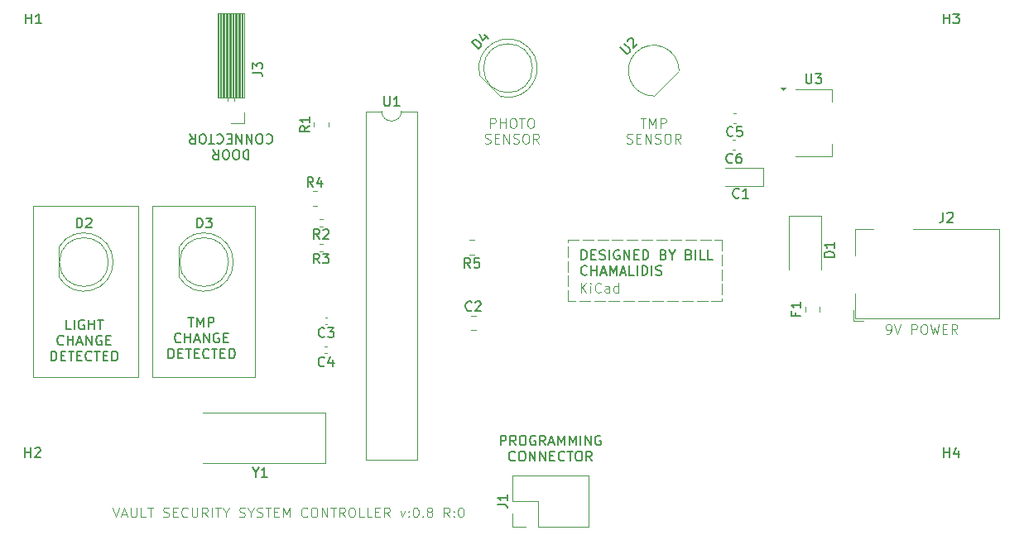
<source format=gbr>
%TF.GenerationSoftware,KiCad,Pcbnew,8.0.8*%
%TF.CreationDate,2025-02-21T18:26:29+02:00*%
%TF.ProjectId,iis22183,69697332-3231-4383-932e-6b696361645f,0*%
%TF.SameCoordinates,Original*%
%TF.FileFunction,Legend,Top*%
%TF.FilePolarity,Positive*%
%FSLAX46Y46*%
G04 Gerber Fmt 4.6, Leading zero omitted, Abs format (unit mm)*
G04 Created by KiCad (PCBNEW 8.0.8) date 2025-02-21 18:26:29*
%MOMM*%
%LPD*%
G01*
G04 APERTURE LIST*
%ADD10C,0.100000*%
%ADD11C,0.200000*%
%ADD12C,0.150000*%
%ADD13C,0.120000*%
G04 APERTURE END LIST*
D10*
X159250000Y-97000000D02*
X160350000Y-97000000D01*
X160750000Y-97000000D02*
X161850000Y-97000000D01*
X162250000Y-97000000D02*
X163350000Y-97000000D01*
X163750000Y-97000000D02*
X164850000Y-97000000D01*
X165250000Y-97000000D02*
X166350000Y-97000000D01*
X166750000Y-97000000D02*
X167850000Y-97000000D01*
X168250000Y-97000000D02*
X169350000Y-97000000D01*
X169750000Y-97000000D02*
X170850000Y-97000000D01*
X171250000Y-97000000D02*
X172350000Y-97000000D01*
X172750000Y-97000000D02*
X173850000Y-97000000D01*
X174250000Y-97000000D02*
X175000000Y-97000000D01*
X175000000Y-97000000D02*
X175000000Y-98100000D01*
X175000000Y-98500000D02*
X175000000Y-99600000D01*
X175000000Y-100000000D02*
X175000000Y-101100000D01*
X175000000Y-101500000D02*
X175000000Y-102600000D01*
X175000000Y-103000000D02*
X175000000Y-103250000D01*
X175000000Y-103250000D02*
X173900000Y-103250000D01*
X173500000Y-103250000D02*
X172400000Y-103250000D01*
X172000000Y-103250000D02*
X170900000Y-103250000D01*
X170500000Y-103250000D02*
X169400000Y-103250000D01*
X169000000Y-103250000D02*
X167900000Y-103250000D01*
X167500000Y-103250000D02*
X166400000Y-103250000D01*
X166000000Y-103250000D02*
X164900000Y-103250000D01*
X164500000Y-103250000D02*
X163400000Y-103250000D01*
X163000000Y-103250000D02*
X161900000Y-103250000D01*
X161500000Y-103250000D02*
X160400000Y-103250000D01*
X160000000Y-103250000D02*
X159250000Y-103250000D01*
X159250000Y-103250000D02*
X159250000Y-102150000D01*
X159250000Y-101750000D02*
X159250000Y-100650000D01*
X159250000Y-100250000D02*
X159250000Y-99150000D01*
X159250000Y-98750000D02*
X159250000Y-97650000D01*
X159250000Y-97250000D02*
X159250000Y-97000000D01*
X104500000Y-93500000D02*
X115250000Y-93500000D01*
X115250000Y-111000000D01*
X104500000Y-111000000D01*
X104500000Y-93500000D01*
X116750000Y-93500000D02*
X127250000Y-93500000D01*
X127250000Y-111000000D01*
X116750000Y-111000000D01*
X116750000Y-93500000D01*
D11*
X120392857Y-104897331D02*
X120964285Y-104897331D01*
X120678571Y-105897331D02*
X120678571Y-104897331D01*
X121297619Y-105897331D02*
X121297619Y-104897331D01*
X121297619Y-104897331D02*
X121630952Y-105611616D01*
X121630952Y-105611616D02*
X121964285Y-104897331D01*
X121964285Y-104897331D02*
X121964285Y-105897331D01*
X122440476Y-105897331D02*
X122440476Y-104897331D01*
X122440476Y-104897331D02*
X122821428Y-104897331D01*
X122821428Y-104897331D02*
X122916666Y-104944950D01*
X122916666Y-104944950D02*
X122964285Y-104992569D01*
X122964285Y-104992569D02*
X123011904Y-105087807D01*
X123011904Y-105087807D02*
X123011904Y-105230664D01*
X123011904Y-105230664D02*
X122964285Y-105325902D01*
X122964285Y-105325902D02*
X122916666Y-105373521D01*
X122916666Y-105373521D02*
X122821428Y-105421140D01*
X122821428Y-105421140D02*
X122440476Y-105421140D01*
X119630952Y-107412036D02*
X119583333Y-107459656D01*
X119583333Y-107459656D02*
X119440476Y-107507275D01*
X119440476Y-107507275D02*
X119345238Y-107507275D01*
X119345238Y-107507275D02*
X119202381Y-107459656D01*
X119202381Y-107459656D02*
X119107143Y-107364417D01*
X119107143Y-107364417D02*
X119059524Y-107269179D01*
X119059524Y-107269179D02*
X119011905Y-107078703D01*
X119011905Y-107078703D02*
X119011905Y-106935846D01*
X119011905Y-106935846D02*
X119059524Y-106745370D01*
X119059524Y-106745370D02*
X119107143Y-106650132D01*
X119107143Y-106650132D02*
X119202381Y-106554894D01*
X119202381Y-106554894D02*
X119345238Y-106507275D01*
X119345238Y-106507275D02*
X119440476Y-106507275D01*
X119440476Y-106507275D02*
X119583333Y-106554894D01*
X119583333Y-106554894D02*
X119630952Y-106602513D01*
X120059524Y-107507275D02*
X120059524Y-106507275D01*
X120059524Y-106983465D02*
X120630952Y-106983465D01*
X120630952Y-107507275D02*
X120630952Y-106507275D01*
X121059524Y-107221560D02*
X121535714Y-107221560D01*
X120964286Y-107507275D02*
X121297619Y-106507275D01*
X121297619Y-106507275D02*
X121630952Y-107507275D01*
X121964286Y-107507275D02*
X121964286Y-106507275D01*
X121964286Y-106507275D02*
X122535714Y-107507275D01*
X122535714Y-107507275D02*
X122535714Y-106507275D01*
X123535714Y-106554894D02*
X123440476Y-106507275D01*
X123440476Y-106507275D02*
X123297619Y-106507275D01*
X123297619Y-106507275D02*
X123154762Y-106554894D01*
X123154762Y-106554894D02*
X123059524Y-106650132D01*
X123059524Y-106650132D02*
X123011905Y-106745370D01*
X123011905Y-106745370D02*
X122964286Y-106935846D01*
X122964286Y-106935846D02*
X122964286Y-107078703D01*
X122964286Y-107078703D02*
X123011905Y-107269179D01*
X123011905Y-107269179D02*
X123059524Y-107364417D01*
X123059524Y-107364417D02*
X123154762Y-107459656D01*
X123154762Y-107459656D02*
X123297619Y-107507275D01*
X123297619Y-107507275D02*
X123392857Y-107507275D01*
X123392857Y-107507275D02*
X123535714Y-107459656D01*
X123535714Y-107459656D02*
X123583333Y-107412036D01*
X123583333Y-107412036D02*
X123583333Y-107078703D01*
X123583333Y-107078703D02*
X123392857Y-107078703D01*
X124011905Y-106983465D02*
X124345238Y-106983465D01*
X124488095Y-107507275D02*
X124011905Y-107507275D01*
X124011905Y-107507275D02*
X124011905Y-106507275D01*
X124011905Y-106507275D02*
X124488095Y-106507275D01*
X118369047Y-109117219D02*
X118369047Y-108117219D01*
X118369047Y-108117219D02*
X118607142Y-108117219D01*
X118607142Y-108117219D02*
X118749999Y-108164838D01*
X118749999Y-108164838D02*
X118845237Y-108260076D01*
X118845237Y-108260076D02*
X118892856Y-108355314D01*
X118892856Y-108355314D02*
X118940475Y-108545790D01*
X118940475Y-108545790D02*
X118940475Y-108688647D01*
X118940475Y-108688647D02*
X118892856Y-108879123D01*
X118892856Y-108879123D02*
X118845237Y-108974361D01*
X118845237Y-108974361D02*
X118749999Y-109069600D01*
X118749999Y-109069600D02*
X118607142Y-109117219D01*
X118607142Y-109117219D02*
X118369047Y-109117219D01*
X119369047Y-108593409D02*
X119702380Y-108593409D01*
X119845237Y-109117219D02*
X119369047Y-109117219D01*
X119369047Y-109117219D02*
X119369047Y-108117219D01*
X119369047Y-108117219D02*
X119845237Y-108117219D01*
X120130952Y-108117219D02*
X120702380Y-108117219D01*
X120416666Y-109117219D02*
X120416666Y-108117219D01*
X121035714Y-108593409D02*
X121369047Y-108593409D01*
X121511904Y-109117219D02*
X121035714Y-109117219D01*
X121035714Y-109117219D02*
X121035714Y-108117219D01*
X121035714Y-108117219D02*
X121511904Y-108117219D01*
X122511904Y-109021980D02*
X122464285Y-109069600D01*
X122464285Y-109069600D02*
X122321428Y-109117219D01*
X122321428Y-109117219D02*
X122226190Y-109117219D01*
X122226190Y-109117219D02*
X122083333Y-109069600D01*
X122083333Y-109069600D02*
X121988095Y-108974361D01*
X121988095Y-108974361D02*
X121940476Y-108879123D01*
X121940476Y-108879123D02*
X121892857Y-108688647D01*
X121892857Y-108688647D02*
X121892857Y-108545790D01*
X121892857Y-108545790D02*
X121940476Y-108355314D01*
X121940476Y-108355314D02*
X121988095Y-108260076D01*
X121988095Y-108260076D02*
X122083333Y-108164838D01*
X122083333Y-108164838D02*
X122226190Y-108117219D01*
X122226190Y-108117219D02*
X122321428Y-108117219D01*
X122321428Y-108117219D02*
X122464285Y-108164838D01*
X122464285Y-108164838D02*
X122511904Y-108212457D01*
X122797619Y-108117219D02*
X123369047Y-108117219D01*
X123083333Y-109117219D02*
X123083333Y-108117219D01*
X123702381Y-108593409D02*
X124035714Y-108593409D01*
X124178571Y-109117219D02*
X123702381Y-109117219D01*
X123702381Y-109117219D02*
X123702381Y-108117219D01*
X123702381Y-108117219D02*
X124178571Y-108117219D01*
X124607143Y-109117219D02*
X124607143Y-108117219D01*
X124607143Y-108117219D02*
X124845238Y-108117219D01*
X124845238Y-108117219D02*
X124988095Y-108164838D01*
X124988095Y-108164838D02*
X125083333Y-108260076D01*
X125083333Y-108260076D02*
X125130952Y-108355314D01*
X125130952Y-108355314D02*
X125178571Y-108545790D01*
X125178571Y-108545790D02*
X125178571Y-108688647D01*
X125178571Y-108688647D02*
X125130952Y-108879123D01*
X125130952Y-108879123D02*
X125083333Y-108974361D01*
X125083333Y-108974361D02*
X124988095Y-109069600D01*
X124988095Y-109069600D02*
X124845238Y-109117219D01*
X124845238Y-109117219D02*
X124607143Y-109117219D01*
D10*
X112661027Y-124372419D02*
X112994360Y-125372419D01*
X112994360Y-125372419D02*
X113327693Y-124372419D01*
X113613408Y-125086704D02*
X114089598Y-125086704D01*
X113518170Y-125372419D02*
X113851503Y-124372419D01*
X113851503Y-124372419D02*
X114184836Y-125372419D01*
X114518170Y-124372419D02*
X114518170Y-125181942D01*
X114518170Y-125181942D02*
X114565789Y-125277180D01*
X114565789Y-125277180D02*
X114613408Y-125324800D01*
X114613408Y-125324800D02*
X114708646Y-125372419D01*
X114708646Y-125372419D02*
X114899122Y-125372419D01*
X114899122Y-125372419D02*
X114994360Y-125324800D01*
X114994360Y-125324800D02*
X115041979Y-125277180D01*
X115041979Y-125277180D02*
X115089598Y-125181942D01*
X115089598Y-125181942D02*
X115089598Y-124372419D01*
X116041979Y-125372419D02*
X115565789Y-125372419D01*
X115565789Y-125372419D02*
X115565789Y-124372419D01*
X116232456Y-124372419D02*
X116803884Y-124372419D01*
X116518170Y-125372419D02*
X116518170Y-124372419D01*
X117851504Y-125324800D02*
X117994361Y-125372419D01*
X117994361Y-125372419D02*
X118232456Y-125372419D01*
X118232456Y-125372419D02*
X118327694Y-125324800D01*
X118327694Y-125324800D02*
X118375313Y-125277180D01*
X118375313Y-125277180D02*
X118422932Y-125181942D01*
X118422932Y-125181942D02*
X118422932Y-125086704D01*
X118422932Y-125086704D02*
X118375313Y-124991466D01*
X118375313Y-124991466D02*
X118327694Y-124943847D01*
X118327694Y-124943847D02*
X118232456Y-124896228D01*
X118232456Y-124896228D02*
X118041980Y-124848609D01*
X118041980Y-124848609D02*
X117946742Y-124800990D01*
X117946742Y-124800990D02*
X117899123Y-124753371D01*
X117899123Y-124753371D02*
X117851504Y-124658133D01*
X117851504Y-124658133D02*
X117851504Y-124562895D01*
X117851504Y-124562895D02*
X117899123Y-124467657D01*
X117899123Y-124467657D02*
X117946742Y-124420038D01*
X117946742Y-124420038D02*
X118041980Y-124372419D01*
X118041980Y-124372419D02*
X118280075Y-124372419D01*
X118280075Y-124372419D02*
X118422932Y-124420038D01*
X118851504Y-124848609D02*
X119184837Y-124848609D01*
X119327694Y-125372419D02*
X118851504Y-125372419D01*
X118851504Y-125372419D02*
X118851504Y-124372419D01*
X118851504Y-124372419D02*
X119327694Y-124372419D01*
X120327694Y-125277180D02*
X120280075Y-125324800D01*
X120280075Y-125324800D02*
X120137218Y-125372419D01*
X120137218Y-125372419D02*
X120041980Y-125372419D01*
X120041980Y-125372419D02*
X119899123Y-125324800D01*
X119899123Y-125324800D02*
X119803885Y-125229561D01*
X119803885Y-125229561D02*
X119756266Y-125134323D01*
X119756266Y-125134323D02*
X119708647Y-124943847D01*
X119708647Y-124943847D02*
X119708647Y-124800990D01*
X119708647Y-124800990D02*
X119756266Y-124610514D01*
X119756266Y-124610514D02*
X119803885Y-124515276D01*
X119803885Y-124515276D02*
X119899123Y-124420038D01*
X119899123Y-124420038D02*
X120041980Y-124372419D01*
X120041980Y-124372419D02*
X120137218Y-124372419D01*
X120137218Y-124372419D02*
X120280075Y-124420038D01*
X120280075Y-124420038D02*
X120327694Y-124467657D01*
X120756266Y-124372419D02*
X120756266Y-125181942D01*
X120756266Y-125181942D02*
X120803885Y-125277180D01*
X120803885Y-125277180D02*
X120851504Y-125324800D01*
X120851504Y-125324800D02*
X120946742Y-125372419D01*
X120946742Y-125372419D02*
X121137218Y-125372419D01*
X121137218Y-125372419D02*
X121232456Y-125324800D01*
X121232456Y-125324800D02*
X121280075Y-125277180D01*
X121280075Y-125277180D02*
X121327694Y-125181942D01*
X121327694Y-125181942D02*
X121327694Y-124372419D01*
X122375313Y-125372419D02*
X122041980Y-124896228D01*
X121803885Y-125372419D02*
X121803885Y-124372419D01*
X121803885Y-124372419D02*
X122184837Y-124372419D01*
X122184837Y-124372419D02*
X122280075Y-124420038D01*
X122280075Y-124420038D02*
X122327694Y-124467657D01*
X122327694Y-124467657D02*
X122375313Y-124562895D01*
X122375313Y-124562895D02*
X122375313Y-124705752D01*
X122375313Y-124705752D02*
X122327694Y-124800990D01*
X122327694Y-124800990D02*
X122280075Y-124848609D01*
X122280075Y-124848609D02*
X122184837Y-124896228D01*
X122184837Y-124896228D02*
X121803885Y-124896228D01*
X122803885Y-125372419D02*
X122803885Y-124372419D01*
X123137218Y-124372419D02*
X123708646Y-124372419D01*
X123422932Y-125372419D02*
X123422932Y-124372419D01*
X124232456Y-124896228D02*
X124232456Y-125372419D01*
X123899123Y-124372419D02*
X124232456Y-124896228D01*
X124232456Y-124896228D02*
X124565789Y-124372419D01*
X125613409Y-125324800D02*
X125756266Y-125372419D01*
X125756266Y-125372419D02*
X125994361Y-125372419D01*
X125994361Y-125372419D02*
X126089599Y-125324800D01*
X126089599Y-125324800D02*
X126137218Y-125277180D01*
X126137218Y-125277180D02*
X126184837Y-125181942D01*
X126184837Y-125181942D02*
X126184837Y-125086704D01*
X126184837Y-125086704D02*
X126137218Y-124991466D01*
X126137218Y-124991466D02*
X126089599Y-124943847D01*
X126089599Y-124943847D02*
X125994361Y-124896228D01*
X125994361Y-124896228D02*
X125803885Y-124848609D01*
X125803885Y-124848609D02*
X125708647Y-124800990D01*
X125708647Y-124800990D02*
X125661028Y-124753371D01*
X125661028Y-124753371D02*
X125613409Y-124658133D01*
X125613409Y-124658133D02*
X125613409Y-124562895D01*
X125613409Y-124562895D02*
X125661028Y-124467657D01*
X125661028Y-124467657D02*
X125708647Y-124420038D01*
X125708647Y-124420038D02*
X125803885Y-124372419D01*
X125803885Y-124372419D02*
X126041980Y-124372419D01*
X126041980Y-124372419D02*
X126184837Y-124420038D01*
X126803885Y-124896228D02*
X126803885Y-125372419D01*
X126470552Y-124372419D02*
X126803885Y-124896228D01*
X126803885Y-124896228D02*
X127137218Y-124372419D01*
X127422933Y-125324800D02*
X127565790Y-125372419D01*
X127565790Y-125372419D02*
X127803885Y-125372419D01*
X127803885Y-125372419D02*
X127899123Y-125324800D01*
X127899123Y-125324800D02*
X127946742Y-125277180D01*
X127946742Y-125277180D02*
X127994361Y-125181942D01*
X127994361Y-125181942D02*
X127994361Y-125086704D01*
X127994361Y-125086704D02*
X127946742Y-124991466D01*
X127946742Y-124991466D02*
X127899123Y-124943847D01*
X127899123Y-124943847D02*
X127803885Y-124896228D01*
X127803885Y-124896228D02*
X127613409Y-124848609D01*
X127613409Y-124848609D02*
X127518171Y-124800990D01*
X127518171Y-124800990D02*
X127470552Y-124753371D01*
X127470552Y-124753371D02*
X127422933Y-124658133D01*
X127422933Y-124658133D02*
X127422933Y-124562895D01*
X127422933Y-124562895D02*
X127470552Y-124467657D01*
X127470552Y-124467657D02*
X127518171Y-124420038D01*
X127518171Y-124420038D02*
X127613409Y-124372419D01*
X127613409Y-124372419D02*
X127851504Y-124372419D01*
X127851504Y-124372419D02*
X127994361Y-124420038D01*
X128280076Y-124372419D02*
X128851504Y-124372419D01*
X128565790Y-125372419D02*
X128565790Y-124372419D01*
X129184838Y-124848609D02*
X129518171Y-124848609D01*
X129661028Y-125372419D02*
X129184838Y-125372419D01*
X129184838Y-125372419D02*
X129184838Y-124372419D01*
X129184838Y-124372419D02*
X129661028Y-124372419D01*
X130089600Y-125372419D02*
X130089600Y-124372419D01*
X130089600Y-124372419D02*
X130422933Y-125086704D01*
X130422933Y-125086704D02*
X130756266Y-124372419D01*
X130756266Y-124372419D02*
X130756266Y-125372419D01*
X132565790Y-125277180D02*
X132518171Y-125324800D01*
X132518171Y-125324800D02*
X132375314Y-125372419D01*
X132375314Y-125372419D02*
X132280076Y-125372419D01*
X132280076Y-125372419D02*
X132137219Y-125324800D01*
X132137219Y-125324800D02*
X132041981Y-125229561D01*
X132041981Y-125229561D02*
X131994362Y-125134323D01*
X131994362Y-125134323D02*
X131946743Y-124943847D01*
X131946743Y-124943847D02*
X131946743Y-124800990D01*
X131946743Y-124800990D02*
X131994362Y-124610514D01*
X131994362Y-124610514D02*
X132041981Y-124515276D01*
X132041981Y-124515276D02*
X132137219Y-124420038D01*
X132137219Y-124420038D02*
X132280076Y-124372419D01*
X132280076Y-124372419D02*
X132375314Y-124372419D01*
X132375314Y-124372419D02*
X132518171Y-124420038D01*
X132518171Y-124420038D02*
X132565790Y-124467657D01*
X133184838Y-124372419D02*
X133375314Y-124372419D01*
X133375314Y-124372419D02*
X133470552Y-124420038D01*
X133470552Y-124420038D02*
X133565790Y-124515276D01*
X133565790Y-124515276D02*
X133613409Y-124705752D01*
X133613409Y-124705752D02*
X133613409Y-125039085D01*
X133613409Y-125039085D02*
X133565790Y-125229561D01*
X133565790Y-125229561D02*
X133470552Y-125324800D01*
X133470552Y-125324800D02*
X133375314Y-125372419D01*
X133375314Y-125372419D02*
X133184838Y-125372419D01*
X133184838Y-125372419D02*
X133089600Y-125324800D01*
X133089600Y-125324800D02*
X132994362Y-125229561D01*
X132994362Y-125229561D02*
X132946743Y-125039085D01*
X132946743Y-125039085D02*
X132946743Y-124705752D01*
X132946743Y-124705752D02*
X132994362Y-124515276D01*
X132994362Y-124515276D02*
X133089600Y-124420038D01*
X133089600Y-124420038D02*
X133184838Y-124372419D01*
X134041981Y-125372419D02*
X134041981Y-124372419D01*
X134041981Y-124372419D02*
X134613409Y-125372419D01*
X134613409Y-125372419D02*
X134613409Y-124372419D01*
X134946743Y-124372419D02*
X135518171Y-124372419D01*
X135232457Y-125372419D02*
X135232457Y-124372419D01*
X136422933Y-125372419D02*
X136089600Y-124896228D01*
X135851505Y-125372419D02*
X135851505Y-124372419D01*
X135851505Y-124372419D02*
X136232457Y-124372419D01*
X136232457Y-124372419D02*
X136327695Y-124420038D01*
X136327695Y-124420038D02*
X136375314Y-124467657D01*
X136375314Y-124467657D02*
X136422933Y-124562895D01*
X136422933Y-124562895D02*
X136422933Y-124705752D01*
X136422933Y-124705752D02*
X136375314Y-124800990D01*
X136375314Y-124800990D02*
X136327695Y-124848609D01*
X136327695Y-124848609D02*
X136232457Y-124896228D01*
X136232457Y-124896228D02*
X135851505Y-124896228D01*
X137041981Y-124372419D02*
X137232457Y-124372419D01*
X137232457Y-124372419D02*
X137327695Y-124420038D01*
X137327695Y-124420038D02*
X137422933Y-124515276D01*
X137422933Y-124515276D02*
X137470552Y-124705752D01*
X137470552Y-124705752D02*
X137470552Y-125039085D01*
X137470552Y-125039085D02*
X137422933Y-125229561D01*
X137422933Y-125229561D02*
X137327695Y-125324800D01*
X137327695Y-125324800D02*
X137232457Y-125372419D01*
X137232457Y-125372419D02*
X137041981Y-125372419D01*
X137041981Y-125372419D02*
X136946743Y-125324800D01*
X136946743Y-125324800D02*
X136851505Y-125229561D01*
X136851505Y-125229561D02*
X136803886Y-125039085D01*
X136803886Y-125039085D02*
X136803886Y-124705752D01*
X136803886Y-124705752D02*
X136851505Y-124515276D01*
X136851505Y-124515276D02*
X136946743Y-124420038D01*
X136946743Y-124420038D02*
X137041981Y-124372419D01*
X138375314Y-125372419D02*
X137899124Y-125372419D01*
X137899124Y-125372419D02*
X137899124Y-124372419D01*
X139184838Y-125372419D02*
X138708648Y-125372419D01*
X138708648Y-125372419D02*
X138708648Y-124372419D01*
X139518172Y-124848609D02*
X139851505Y-124848609D01*
X139994362Y-125372419D02*
X139518172Y-125372419D01*
X139518172Y-125372419D02*
X139518172Y-124372419D01*
X139518172Y-124372419D02*
X139994362Y-124372419D01*
X140994362Y-125372419D02*
X140661029Y-124896228D01*
X140422934Y-125372419D02*
X140422934Y-124372419D01*
X140422934Y-124372419D02*
X140803886Y-124372419D01*
X140803886Y-124372419D02*
X140899124Y-124420038D01*
X140899124Y-124420038D02*
X140946743Y-124467657D01*
X140946743Y-124467657D02*
X140994362Y-124562895D01*
X140994362Y-124562895D02*
X140994362Y-124705752D01*
X140994362Y-124705752D02*
X140946743Y-124800990D01*
X140946743Y-124800990D02*
X140899124Y-124848609D01*
X140899124Y-124848609D02*
X140803886Y-124896228D01*
X140803886Y-124896228D02*
X140422934Y-124896228D01*
X142089601Y-124705752D02*
X142327696Y-125372419D01*
X142327696Y-125372419D02*
X142565791Y-124705752D01*
X142946744Y-125277180D02*
X142994363Y-125324800D01*
X142994363Y-125324800D02*
X142946744Y-125372419D01*
X142946744Y-125372419D02*
X142899125Y-125324800D01*
X142899125Y-125324800D02*
X142946744Y-125277180D01*
X142946744Y-125277180D02*
X142946744Y-125372419D01*
X142946744Y-124753371D02*
X142994363Y-124800990D01*
X142994363Y-124800990D02*
X142946744Y-124848609D01*
X142946744Y-124848609D02*
X142899125Y-124800990D01*
X142899125Y-124800990D02*
X142946744Y-124753371D01*
X142946744Y-124753371D02*
X142946744Y-124848609D01*
X143613410Y-124372419D02*
X143708648Y-124372419D01*
X143708648Y-124372419D02*
X143803886Y-124420038D01*
X143803886Y-124420038D02*
X143851505Y-124467657D01*
X143851505Y-124467657D02*
X143899124Y-124562895D01*
X143899124Y-124562895D02*
X143946743Y-124753371D01*
X143946743Y-124753371D02*
X143946743Y-124991466D01*
X143946743Y-124991466D02*
X143899124Y-125181942D01*
X143899124Y-125181942D02*
X143851505Y-125277180D01*
X143851505Y-125277180D02*
X143803886Y-125324800D01*
X143803886Y-125324800D02*
X143708648Y-125372419D01*
X143708648Y-125372419D02*
X143613410Y-125372419D01*
X143613410Y-125372419D02*
X143518172Y-125324800D01*
X143518172Y-125324800D02*
X143470553Y-125277180D01*
X143470553Y-125277180D02*
X143422934Y-125181942D01*
X143422934Y-125181942D02*
X143375315Y-124991466D01*
X143375315Y-124991466D02*
X143375315Y-124753371D01*
X143375315Y-124753371D02*
X143422934Y-124562895D01*
X143422934Y-124562895D02*
X143470553Y-124467657D01*
X143470553Y-124467657D02*
X143518172Y-124420038D01*
X143518172Y-124420038D02*
X143613410Y-124372419D01*
X144375315Y-125277180D02*
X144422934Y-125324800D01*
X144422934Y-125324800D02*
X144375315Y-125372419D01*
X144375315Y-125372419D02*
X144327696Y-125324800D01*
X144327696Y-125324800D02*
X144375315Y-125277180D01*
X144375315Y-125277180D02*
X144375315Y-125372419D01*
X144994362Y-124800990D02*
X144899124Y-124753371D01*
X144899124Y-124753371D02*
X144851505Y-124705752D01*
X144851505Y-124705752D02*
X144803886Y-124610514D01*
X144803886Y-124610514D02*
X144803886Y-124562895D01*
X144803886Y-124562895D02*
X144851505Y-124467657D01*
X144851505Y-124467657D02*
X144899124Y-124420038D01*
X144899124Y-124420038D02*
X144994362Y-124372419D01*
X144994362Y-124372419D02*
X145184838Y-124372419D01*
X145184838Y-124372419D02*
X145280076Y-124420038D01*
X145280076Y-124420038D02*
X145327695Y-124467657D01*
X145327695Y-124467657D02*
X145375314Y-124562895D01*
X145375314Y-124562895D02*
X145375314Y-124610514D01*
X145375314Y-124610514D02*
X145327695Y-124705752D01*
X145327695Y-124705752D02*
X145280076Y-124753371D01*
X145280076Y-124753371D02*
X145184838Y-124800990D01*
X145184838Y-124800990D02*
X144994362Y-124800990D01*
X144994362Y-124800990D02*
X144899124Y-124848609D01*
X144899124Y-124848609D02*
X144851505Y-124896228D01*
X144851505Y-124896228D02*
X144803886Y-124991466D01*
X144803886Y-124991466D02*
X144803886Y-125181942D01*
X144803886Y-125181942D02*
X144851505Y-125277180D01*
X144851505Y-125277180D02*
X144899124Y-125324800D01*
X144899124Y-125324800D02*
X144994362Y-125372419D01*
X144994362Y-125372419D02*
X145184838Y-125372419D01*
X145184838Y-125372419D02*
X145280076Y-125324800D01*
X145280076Y-125324800D02*
X145327695Y-125277180D01*
X145327695Y-125277180D02*
X145375314Y-125181942D01*
X145375314Y-125181942D02*
X145375314Y-124991466D01*
X145375314Y-124991466D02*
X145327695Y-124896228D01*
X145327695Y-124896228D02*
X145280076Y-124848609D01*
X145280076Y-124848609D02*
X145184838Y-124800990D01*
X147137219Y-125372419D02*
X146803886Y-124896228D01*
X146565791Y-125372419D02*
X146565791Y-124372419D01*
X146565791Y-124372419D02*
X146946743Y-124372419D01*
X146946743Y-124372419D02*
X147041981Y-124420038D01*
X147041981Y-124420038D02*
X147089600Y-124467657D01*
X147089600Y-124467657D02*
X147137219Y-124562895D01*
X147137219Y-124562895D02*
X147137219Y-124705752D01*
X147137219Y-124705752D02*
X147089600Y-124800990D01*
X147089600Y-124800990D02*
X147041981Y-124848609D01*
X147041981Y-124848609D02*
X146946743Y-124896228D01*
X146946743Y-124896228D02*
X146565791Y-124896228D01*
X147565791Y-125277180D02*
X147613410Y-125324800D01*
X147613410Y-125324800D02*
X147565791Y-125372419D01*
X147565791Y-125372419D02*
X147518172Y-125324800D01*
X147518172Y-125324800D02*
X147565791Y-125277180D01*
X147565791Y-125277180D02*
X147565791Y-125372419D01*
X147565791Y-124753371D02*
X147613410Y-124800990D01*
X147613410Y-124800990D02*
X147565791Y-124848609D01*
X147565791Y-124848609D02*
X147518172Y-124800990D01*
X147518172Y-124800990D02*
X147565791Y-124753371D01*
X147565791Y-124753371D02*
X147565791Y-124848609D01*
X148232457Y-124372419D02*
X148327695Y-124372419D01*
X148327695Y-124372419D02*
X148422933Y-124420038D01*
X148422933Y-124420038D02*
X148470552Y-124467657D01*
X148470552Y-124467657D02*
X148518171Y-124562895D01*
X148518171Y-124562895D02*
X148565790Y-124753371D01*
X148565790Y-124753371D02*
X148565790Y-124991466D01*
X148565790Y-124991466D02*
X148518171Y-125181942D01*
X148518171Y-125181942D02*
X148470552Y-125277180D01*
X148470552Y-125277180D02*
X148422933Y-125324800D01*
X148422933Y-125324800D02*
X148327695Y-125372419D01*
X148327695Y-125372419D02*
X148232457Y-125372419D01*
X148232457Y-125372419D02*
X148137219Y-125324800D01*
X148137219Y-125324800D02*
X148089600Y-125277180D01*
X148089600Y-125277180D02*
X148041981Y-125181942D01*
X148041981Y-125181942D02*
X147994362Y-124991466D01*
X147994362Y-124991466D02*
X147994362Y-124753371D01*
X147994362Y-124753371D02*
X148041981Y-124562895D01*
X148041981Y-124562895D02*
X148089600Y-124467657D01*
X148089600Y-124467657D02*
X148137219Y-124420038D01*
X148137219Y-124420038D02*
X148232457Y-124372419D01*
X191851503Y-106622419D02*
X192041979Y-106622419D01*
X192041979Y-106622419D02*
X192137217Y-106574800D01*
X192137217Y-106574800D02*
X192184836Y-106527180D01*
X192184836Y-106527180D02*
X192280074Y-106384323D01*
X192280074Y-106384323D02*
X192327693Y-106193847D01*
X192327693Y-106193847D02*
X192327693Y-105812895D01*
X192327693Y-105812895D02*
X192280074Y-105717657D01*
X192280074Y-105717657D02*
X192232455Y-105670038D01*
X192232455Y-105670038D02*
X192137217Y-105622419D01*
X192137217Y-105622419D02*
X191946741Y-105622419D01*
X191946741Y-105622419D02*
X191851503Y-105670038D01*
X191851503Y-105670038D02*
X191803884Y-105717657D01*
X191803884Y-105717657D02*
X191756265Y-105812895D01*
X191756265Y-105812895D02*
X191756265Y-106050990D01*
X191756265Y-106050990D02*
X191803884Y-106146228D01*
X191803884Y-106146228D02*
X191851503Y-106193847D01*
X191851503Y-106193847D02*
X191946741Y-106241466D01*
X191946741Y-106241466D02*
X192137217Y-106241466D01*
X192137217Y-106241466D02*
X192232455Y-106193847D01*
X192232455Y-106193847D02*
X192280074Y-106146228D01*
X192280074Y-106146228D02*
X192327693Y-106050990D01*
X192613408Y-105622419D02*
X192946741Y-106622419D01*
X192946741Y-106622419D02*
X193280074Y-105622419D01*
X194375313Y-106622419D02*
X194375313Y-105622419D01*
X194375313Y-105622419D02*
X194756265Y-105622419D01*
X194756265Y-105622419D02*
X194851503Y-105670038D01*
X194851503Y-105670038D02*
X194899122Y-105717657D01*
X194899122Y-105717657D02*
X194946741Y-105812895D01*
X194946741Y-105812895D02*
X194946741Y-105955752D01*
X194946741Y-105955752D02*
X194899122Y-106050990D01*
X194899122Y-106050990D02*
X194851503Y-106098609D01*
X194851503Y-106098609D02*
X194756265Y-106146228D01*
X194756265Y-106146228D02*
X194375313Y-106146228D01*
X195565789Y-105622419D02*
X195756265Y-105622419D01*
X195756265Y-105622419D02*
X195851503Y-105670038D01*
X195851503Y-105670038D02*
X195946741Y-105765276D01*
X195946741Y-105765276D02*
X195994360Y-105955752D01*
X195994360Y-105955752D02*
X195994360Y-106289085D01*
X195994360Y-106289085D02*
X195946741Y-106479561D01*
X195946741Y-106479561D02*
X195851503Y-106574800D01*
X195851503Y-106574800D02*
X195756265Y-106622419D01*
X195756265Y-106622419D02*
X195565789Y-106622419D01*
X195565789Y-106622419D02*
X195470551Y-106574800D01*
X195470551Y-106574800D02*
X195375313Y-106479561D01*
X195375313Y-106479561D02*
X195327694Y-106289085D01*
X195327694Y-106289085D02*
X195327694Y-105955752D01*
X195327694Y-105955752D02*
X195375313Y-105765276D01*
X195375313Y-105765276D02*
X195470551Y-105670038D01*
X195470551Y-105670038D02*
X195565789Y-105622419D01*
X196327694Y-105622419D02*
X196565789Y-106622419D01*
X196565789Y-106622419D02*
X196756265Y-105908133D01*
X196756265Y-105908133D02*
X196946741Y-106622419D01*
X196946741Y-106622419D02*
X197184837Y-105622419D01*
X197565789Y-106098609D02*
X197899122Y-106098609D01*
X198041979Y-106622419D02*
X197565789Y-106622419D01*
X197565789Y-106622419D02*
X197565789Y-105622419D01*
X197565789Y-105622419D02*
X198041979Y-105622419D01*
X199041979Y-106622419D02*
X198708646Y-106146228D01*
X198470551Y-106622419D02*
X198470551Y-105622419D01*
X198470551Y-105622419D02*
X198851503Y-105622419D01*
X198851503Y-105622419D02*
X198946741Y-105670038D01*
X198946741Y-105670038D02*
X198994360Y-105717657D01*
X198994360Y-105717657D02*
X199041979Y-105812895D01*
X199041979Y-105812895D02*
X199041979Y-105955752D01*
X199041979Y-105955752D02*
X198994360Y-106050990D01*
X198994360Y-106050990D02*
X198946741Y-106098609D01*
X198946741Y-106098609D02*
X198851503Y-106146228D01*
X198851503Y-106146228D02*
X198470551Y-106146228D01*
X160553884Y-102372419D02*
X160553884Y-101372419D01*
X161125312Y-102372419D02*
X160696741Y-101800990D01*
X161125312Y-101372419D02*
X160553884Y-101943847D01*
X161553884Y-102372419D02*
X161553884Y-101705752D01*
X161553884Y-101372419D02*
X161506265Y-101420038D01*
X161506265Y-101420038D02*
X161553884Y-101467657D01*
X161553884Y-101467657D02*
X161601503Y-101420038D01*
X161601503Y-101420038D02*
X161553884Y-101372419D01*
X161553884Y-101372419D02*
X161553884Y-101467657D01*
X162601502Y-102277180D02*
X162553883Y-102324800D01*
X162553883Y-102324800D02*
X162411026Y-102372419D01*
X162411026Y-102372419D02*
X162315788Y-102372419D01*
X162315788Y-102372419D02*
X162172931Y-102324800D01*
X162172931Y-102324800D02*
X162077693Y-102229561D01*
X162077693Y-102229561D02*
X162030074Y-102134323D01*
X162030074Y-102134323D02*
X161982455Y-101943847D01*
X161982455Y-101943847D02*
X161982455Y-101800990D01*
X161982455Y-101800990D02*
X162030074Y-101610514D01*
X162030074Y-101610514D02*
X162077693Y-101515276D01*
X162077693Y-101515276D02*
X162172931Y-101420038D01*
X162172931Y-101420038D02*
X162315788Y-101372419D01*
X162315788Y-101372419D02*
X162411026Y-101372419D01*
X162411026Y-101372419D02*
X162553883Y-101420038D01*
X162553883Y-101420038D02*
X162601502Y-101467657D01*
X163458645Y-102372419D02*
X163458645Y-101848609D01*
X163458645Y-101848609D02*
X163411026Y-101753371D01*
X163411026Y-101753371D02*
X163315788Y-101705752D01*
X163315788Y-101705752D02*
X163125312Y-101705752D01*
X163125312Y-101705752D02*
X163030074Y-101753371D01*
X163458645Y-102324800D02*
X163363407Y-102372419D01*
X163363407Y-102372419D02*
X163125312Y-102372419D01*
X163125312Y-102372419D02*
X163030074Y-102324800D01*
X163030074Y-102324800D02*
X162982455Y-102229561D01*
X162982455Y-102229561D02*
X162982455Y-102134323D01*
X162982455Y-102134323D02*
X163030074Y-102039085D01*
X163030074Y-102039085D02*
X163125312Y-101991466D01*
X163125312Y-101991466D02*
X163363407Y-101991466D01*
X163363407Y-101991466D02*
X163458645Y-101943847D01*
X164363407Y-102372419D02*
X164363407Y-101372419D01*
X164363407Y-102324800D02*
X164268169Y-102372419D01*
X164268169Y-102372419D02*
X164077693Y-102372419D01*
X164077693Y-102372419D02*
X163982455Y-102324800D01*
X163982455Y-102324800D02*
X163934836Y-102277180D01*
X163934836Y-102277180D02*
X163887217Y-102181942D01*
X163887217Y-102181942D02*
X163887217Y-101896228D01*
X163887217Y-101896228D02*
X163934836Y-101800990D01*
X163934836Y-101800990D02*
X163982455Y-101753371D01*
X163982455Y-101753371D02*
X164077693Y-101705752D01*
X164077693Y-101705752D02*
X164268169Y-101705752D01*
X164268169Y-101705752D02*
X164363407Y-101753371D01*
X151285714Y-85512475D02*
X151285714Y-84512475D01*
X151285714Y-84512475D02*
X151666666Y-84512475D01*
X151666666Y-84512475D02*
X151761904Y-84560094D01*
X151761904Y-84560094D02*
X151809523Y-84607713D01*
X151809523Y-84607713D02*
X151857142Y-84702951D01*
X151857142Y-84702951D02*
X151857142Y-84845808D01*
X151857142Y-84845808D02*
X151809523Y-84941046D01*
X151809523Y-84941046D02*
X151761904Y-84988665D01*
X151761904Y-84988665D02*
X151666666Y-85036284D01*
X151666666Y-85036284D02*
X151285714Y-85036284D01*
X152285714Y-85512475D02*
X152285714Y-84512475D01*
X152285714Y-84988665D02*
X152857142Y-84988665D01*
X152857142Y-85512475D02*
X152857142Y-84512475D01*
X153523809Y-84512475D02*
X153714285Y-84512475D01*
X153714285Y-84512475D02*
X153809523Y-84560094D01*
X153809523Y-84560094D02*
X153904761Y-84655332D01*
X153904761Y-84655332D02*
X153952380Y-84845808D01*
X153952380Y-84845808D02*
X153952380Y-85179141D01*
X153952380Y-85179141D02*
X153904761Y-85369617D01*
X153904761Y-85369617D02*
X153809523Y-85464856D01*
X153809523Y-85464856D02*
X153714285Y-85512475D01*
X153714285Y-85512475D02*
X153523809Y-85512475D01*
X153523809Y-85512475D02*
X153428571Y-85464856D01*
X153428571Y-85464856D02*
X153333333Y-85369617D01*
X153333333Y-85369617D02*
X153285714Y-85179141D01*
X153285714Y-85179141D02*
X153285714Y-84845808D01*
X153285714Y-84845808D02*
X153333333Y-84655332D01*
X153333333Y-84655332D02*
X153428571Y-84560094D01*
X153428571Y-84560094D02*
X153523809Y-84512475D01*
X154238095Y-84512475D02*
X154809523Y-84512475D01*
X154523809Y-85512475D02*
X154523809Y-84512475D01*
X155333333Y-84512475D02*
X155523809Y-84512475D01*
X155523809Y-84512475D02*
X155619047Y-84560094D01*
X155619047Y-84560094D02*
X155714285Y-84655332D01*
X155714285Y-84655332D02*
X155761904Y-84845808D01*
X155761904Y-84845808D02*
X155761904Y-85179141D01*
X155761904Y-85179141D02*
X155714285Y-85369617D01*
X155714285Y-85369617D02*
X155619047Y-85464856D01*
X155619047Y-85464856D02*
X155523809Y-85512475D01*
X155523809Y-85512475D02*
X155333333Y-85512475D01*
X155333333Y-85512475D02*
X155238095Y-85464856D01*
X155238095Y-85464856D02*
X155142857Y-85369617D01*
X155142857Y-85369617D02*
X155095238Y-85179141D01*
X155095238Y-85179141D02*
X155095238Y-84845808D01*
X155095238Y-84845808D02*
X155142857Y-84655332D01*
X155142857Y-84655332D02*
X155238095Y-84560094D01*
X155238095Y-84560094D02*
X155333333Y-84512475D01*
X150738095Y-87074800D02*
X150880952Y-87122419D01*
X150880952Y-87122419D02*
X151119047Y-87122419D01*
X151119047Y-87122419D02*
X151214285Y-87074800D01*
X151214285Y-87074800D02*
X151261904Y-87027180D01*
X151261904Y-87027180D02*
X151309523Y-86931942D01*
X151309523Y-86931942D02*
X151309523Y-86836704D01*
X151309523Y-86836704D02*
X151261904Y-86741466D01*
X151261904Y-86741466D02*
X151214285Y-86693847D01*
X151214285Y-86693847D02*
X151119047Y-86646228D01*
X151119047Y-86646228D02*
X150928571Y-86598609D01*
X150928571Y-86598609D02*
X150833333Y-86550990D01*
X150833333Y-86550990D02*
X150785714Y-86503371D01*
X150785714Y-86503371D02*
X150738095Y-86408133D01*
X150738095Y-86408133D02*
X150738095Y-86312895D01*
X150738095Y-86312895D02*
X150785714Y-86217657D01*
X150785714Y-86217657D02*
X150833333Y-86170038D01*
X150833333Y-86170038D02*
X150928571Y-86122419D01*
X150928571Y-86122419D02*
X151166666Y-86122419D01*
X151166666Y-86122419D02*
X151309523Y-86170038D01*
X151738095Y-86598609D02*
X152071428Y-86598609D01*
X152214285Y-87122419D02*
X151738095Y-87122419D01*
X151738095Y-87122419D02*
X151738095Y-86122419D01*
X151738095Y-86122419D02*
X152214285Y-86122419D01*
X152642857Y-87122419D02*
X152642857Y-86122419D01*
X152642857Y-86122419D02*
X153214285Y-87122419D01*
X153214285Y-87122419D02*
X153214285Y-86122419D01*
X153642857Y-87074800D02*
X153785714Y-87122419D01*
X153785714Y-87122419D02*
X154023809Y-87122419D01*
X154023809Y-87122419D02*
X154119047Y-87074800D01*
X154119047Y-87074800D02*
X154166666Y-87027180D01*
X154166666Y-87027180D02*
X154214285Y-86931942D01*
X154214285Y-86931942D02*
X154214285Y-86836704D01*
X154214285Y-86836704D02*
X154166666Y-86741466D01*
X154166666Y-86741466D02*
X154119047Y-86693847D01*
X154119047Y-86693847D02*
X154023809Y-86646228D01*
X154023809Y-86646228D02*
X153833333Y-86598609D01*
X153833333Y-86598609D02*
X153738095Y-86550990D01*
X153738095Y-86550990D02*
X153690476Y-86503371D01*
X153690476Y-86503371D02*
X153642857Y-86408133D01*
X153642857Y-86408133D02*
X153642857Y-86312895D01*
X153642857Y-86312895D02*
X153690476Y-86217657D01*
X153690476Y-86217657D02*
X153738095Y-86170038D01*
X153738095Y-86170038D02*
X153833333Y-86122419D01*
X153833333Y-86122419D02*
X154071428Y-86122419D01*
X154071428Y-86122419D02*
X154214285Y-86170038D01*
X154833333Y-86122419D02*
X155023809Y-86122419D01*
X155023809Y-86122419D02*
X155119047Y-86170038D01*
X155119047Y-86170038D02*
X155214285Y-86265276D01*
X155214285Y-86265276D02*
X155261904Y-86455752D01*
X155261904Y-86455752D02*
X155261904Y-86789085D01*
X155261904Y-86789085D02*
X155214285Y-86979561D01*
X155214285Y-86979561D02*
X155119047Y-87074800D01*
X155119047Y-87074800D02*
X155023809Y-87122419D01*
X155023809Y-87122419D02*
X154833333Y-87122419D01*
X154833333Y-87122419D02*
X154738095Y-87074800D01*
X154738095Y-87074800D02*
X154642857Y-86979561D01*
X154642857Y-86979561D02*
X154595238Y-86789085D01*
X154595238Y-86789085D02*
X154595238Y-86455752D01*
X154595238Y-86455752D02*
X154642857Y-86265276D01*
X154642857Y-86265276D02*
X154738095Y-86170038D01*
X154738095Y-86170038D02*
X154833333Y-86122419D01*
X156261904Y-87122419D02*
X155928571Y-86646228D01*
X155690476Y-87122419D02*
X155690476Y-86122419D01*
X155690476Y-86122419D02*
X156071428Y-86122419D01*
X156071428Y-86122419D02*
X156166666Y-86170038D01*
X156166666Y-86170038D02*
X156214285Y-86217657D01*
X156214285Y-86217657D02*
X156261904Y-86312895D01*
X156261904Y-86312895D02*
X156261904Y-86455752D01*
X156261904Y-86455752D02*
X156214285Y-86550990D01*
X156214285Y-86550990D02*
X156166666Y-86598609D01*
X156166666Y-86598609D02*
X156071428Y-86646228D01*
X156071428Y-86646228D02*
X155690476Y-86646228D01*
D11*
X108416666Y-106147331D02*
X107940476Y-106147331D01*
X107940476Y-106147331D02*
X107940476Y-105147331D01*
X108750000Y-106147331D02*
X108750000Y-105147331D01*
X109749999Y-105194950D02*
X109654761Y-105147331D01*
X109654761Y-105147331D02*
X109511904Y-105147331D01*
X109511904Y-105147331D02*
X109369047Y-105194950D01*
X109369047Y-105194950D02*
X109273809Y-105290188D01*
X109273809Y-105290188D02*
X109226190Y-105385426D01*
X109226190Y-105385426D02*
X109178571Y-105575902D01*
X109178571Y-105575902D02*
X109178571Y-105718759D01*
X109178571Y-105718759D02*
X109226190Y-105909235D01*
X109226190Y-105909235D02*
X109273809Y-106004473D01*
X109273809Y-106004473D02*
X109369047Y-106099712D01*
X109369047Y-106099712D02*
X109511904Y-106147331D01*
X109511904Y-106147331D02*
X109607142Y-106147331D01*
X109607142Y-106147331D02*
X109749999Y-106099712D01*
X109749999Y-106099712D02*
X109797618Y-106052092D01*
X109797618Y-106052092D02*
X109797618Y-105718759D01*
X109797618Y-105718759D02*
X109607142Y-105718759D01*
X110226190Y-106147331D02*
X110226190Y-105147331D01*
X110226190Y-105623521D02*
X110797618Y-105623521D01*
X110797618Y-106147331D02*
X110797618Y-105147331D01*
X111130952Y-105147331D02*
X111702380Y-105147331D01*
X111416666Y-106147331D02*
X111416666Y-105147331D01*
X107630952Y-107662036D02*
X107583333Y-107709656D01*
X107583333Y-107709656D02*
X107440476Y-107757275D01*
X107440476Y-107757275D02*
X107345238Y-107757275D01*
X107345238Y-107757275D02*
X107202381Y-107709656D01*
X107202381Y-107709656D02*
X107107143Y-107614417D01*
X107107143Y-107614417D02*
X107059524Y-107519179D01*
X107059524Y-107519179D02*
X107011905Y-107328703D01*
X107011905Y-107328703D02*
X107011905Y-107185846D01*
X107011905Y-107185846D02*
X107059524Y-106995370D01*
X107059524Y-106995370D02*
X107107143Y-106900132D01*
X107107143Y-106900132D02*
X107202381Y-106804894D01*
X107202381Y-106804894D02*
X107345238Y-106757275D01*
X107345238Y-106757275D02*
X107440476Y-106757275D01*
X107440476Y-106757275D02*
X107583333Y-106804894D01*
X107583333Y-106804894D02*
X107630952Y-106852513D01*
X108059524Y-107757275D02*
X108059524Y-106757275D01*
X108059524Y-107233465D02*
X108630952Y-107233465D01*
X108630952Y-107757275D02*
X108630952Y-106757275D01*
X109059524Y-107471560D02*
X109535714Y-107471560D01*
X108964286Y-107757275D02*
X109297619Y-106757275D01*
X109297619Y-106757275D02*
X109630952Y-107757275D01*
X109964286Y-107757275D02*
X109964286Y-106757275D01*
X109964286Y-106757275D02*
X110535714Y-107757275D01*
X110535714Y-107757275D02*
X110535714Y-106757275D01*
X111535714Y-106804894D02*
X111440476Y-106757275D01*
X111440476Y-106757275D02*
X111297619Y-106757275D01*
X111297619Y-106757275D02*
X111154762Y-106804894D01*
X111154762Y-106804894D02*
X111059524Y-106900132D01*
X111059524Y-106900132D02*
X111011905Y-106995370D01*
X111011905Y-106995370D02*
X110964286Y-107185846D01*
X110964286Y-107185846D02*
X110964286Y-107328703D01*
X110964286Y-107328703D02*
X111011905Y-107519179D01*
X111011905Y-107519179D02*
X111059524Y-107614417D01*
X111059524Y-107614417D02*
X111154762Y-107709656D01*
X111154762Y-107709656D02*
X111297619Y-107757275D01*
X111297619Y-107757275D02*
X111392857Y-107757275D01*
X111392857Y-107757275D02*
X111535714Y-107709656D01*
X111535714Y-107709656D02*
X111583333Y-107662036D01*
X111583333Y-107662036D02*
X111583333Y-107328703D01*
X111583333Y-107328703D02*
X111392857Y-107328703D01*
X112011905Y-107233465D02*
X112345238Y-107233465D01*
X112488095Y-107757275D02*
X112011905Y-107757275D01*
X112011905Y-107757275D02*
X112011905Y-106757275D01*
X112011905Y-106757275D02*
X112488095Y-106757275D01*
X106369047Y-109367219D02*
X106369047Y-108367219D01*
X106369047Y-108367219D02*
X106607142Y-108367219D01*
X106607142Y-108367219D02*
X106749999Y-108414838D01*
X106749999Y-108414838D02*
X106845237Y-108510076D01*
X106845237Y-108510076D02*
X106892856Y-108605314D01*
X106892856Y-108605314D02*
X106940475Y-108795790D01*
X106940475Y-108795790D02*
X106940475Y-108938647D01*
X106940475Y-108938647D02*
X106892856Y-109129123D01*
X106892856Y-109129123D02*
X106845237Y-109224361D01*
X106845237Y-109224361D02*
X106749999Y-109319600D01*
X106749999Y-109319600D02*
X106607142Y-109367219D01*
X106607142Y-109367219D02*
X106369047Y-109367219D01*
X107369047Y-108843409D02*
X107702380Y-108843409D01*
X107845237Y-109367219D02*
X107369047Y-109367219D01*
X107369047Y-109367219D02*
X107369047Y-108367219D01*
X107369047Y-108367219D02*
X107845237Y-108367219D01*
X108130952Y-108367219D02*
X108702380Y-108367219D01*
X108416666Y-109367219D02*
X108416666Y-108367219D01*
X109035714Y-108843409D02*
X109369047Y-108843409D01*
X109511904Y-109367219D02*
X109035714Y-109367219D01*
X109035714Y-109367219D02*
X109035714Y-108367219D01*
X109035714Y-108367219D02*
X109511904Y-108367219D01*
X110511904Y-109271980D02*
X110464285Y-109319600D01*
X110464285Y-109319600D02*
X110321428Y-109367219D01*
X110321428Y-109367219D02*
X110226190Y-109367219D01*
X110226190Y-109367219D02*
X110083333Y-109319600D01*
X110083333Y-109319600D02*
X109988095Y-109224361D01*
X109988095Y-109224361D02*
X109940476Y-109129123D01*
X109940476Y-109129123D02*
X109892857Y-108938647D01*
X109892857Y-108938647D02*
X109892857Y-108795790D01*
X109892857Y-108795790D02*
X109940476Y-108605314D01*
X109940476Y-108605314D02*
X109988095Y-108510076D01*
X109988095Y-108510076D02*
X110083333Y-108414838D01*
X110083333Y-108414838D02*
X110226190Y-108367219D01*
X110226190Y-108367219D02*
X110321428Y-108367219D01*
X110321428Y-108367219D02*
X110464285Y-108414838D01*
X110464285Y-108414838D02*
X110511904Y-108462457D01*
X110797619Y-108367219D02*
X111369047Y-108367219D01*
X111083333Y-109367219D02*
X111083333Y-108367219D01*
X111702381Y-108843409D02*
X112035714Y-108843409D01*
X112178571Y-109367219D02*
X111702381Y-109367219D01*
X111702381Y-109367219D02*
X111702381Y-108367219D01*
X111702381Y-108367219D02*
X112178571Y-108367219D01*
X112607143Y-109367219D02*
X112607143Y-108367219D01*
X112607143Y-108367219D02*
X112845238Y-108367219D01*
X112845238Y-108367219D02*
X112988095Y-108414838D01*
X112988095Y-108414838D02*
X113083333Y-108510076D01*
X113083333Y-108510076D02*
X113130952Y-108605314D01*
X113130952Y-108605314D02*
X113178571Y-108795790D01*
X113178571Y-108795790D02*
X113178571Y-108938647D01*
X113178571Y-108938647D02*
X113130952Y-109129123D01*
X113130952Y-109129123D02*
X113083333Y-109224361D01*
X113083333Y-109224361D02*
X112988095Y-109319600D01*
X112988095Y-109319600D02*
X112845238Y-109367219D01*
X112845238Y-109367219D02*
X112607143Y-109367219D01*
X160619673Y-99007275D02*
X160619673Y-98007275D01*
X160619673Y-98007275D02*
X160857768Y-98007275D01*
X160857768Y-98007275D02*
X161000625Y-98054894D01*
X161000625Y-98054894D02*
X161095863Y-98150132D01*
X161095863Y-98150132D02*
X161143482Y-98245370D01*
X161143482Y-98245370D02*
X161191101Y-98435846D01*
X161191101Y-98435846D02*
X161191101Y-98578703D01*
X161191101Y-98578703D02*
X161143482Y-98769179D01*
X161143482Y-98769179D02*
X161095863Y-98864417D01*
X161095863Y-98864417D02*
X161000625Y-98959656D01*
X161000625Y-98959656D02*
X160857768Y-99007275D01*
X160857768Y-99007275D02*
X160619673Y-99007275D01*
X161619673Y-98483465D02*
X161953006Y-98483465D01*
X162095863Y-99007275D02*
X161619673Y-99007275D01*
X161619673Y-99007275D02*
X161619673Y-98007275D01*
X161619673Y-98007275D02*
X162095863Y-98007275D01*
X162476816Y-98959656D02*
X162619673Y-99007275D01*
X162619673Y-99007275D02*
X162857768Y-99007275D01*
X162857768Y-99007275D02*
X162953006Y-98959656D01*
X162953006Y-98959656D02*
X163000625Y-98912036D01*
X163000625Y-98912036D02*
X163048244Y-98816798D01*
X163048244Y-98816798D02*
X163048244Y-98721560D01*
X163048244Y-98721560D02*
X163000625Y-98626322D01*
X163000625Y-98626322D02*
X162953006Y-98578703D01*
X162953006Y-98578703D02*
X162857768Y-98531084D01*
X162857768Y-98531084D02*
X162667292Y-98483465D01*
X162667292Y-98483465D02*
X162572054Y-98435846D01*
X162572054Y-98435846D02*
X162524435Y-98388227D01*
X162524435Y-98388227D02*
X162476816Y-98292989D01*
X162476816Y-98292989D02*
X162476816Y-98197751D01*
X162476816Y-98197751D02*
X162524435Y-98102513D01*
X162524435Y-98102513D02*
X162572054Y-98054894D01*
X162572054Y-98054894D02*
X162667292Y-98007275D01*
X162667292Y-98007275D02*
X162905387Y-98007275D01*
X162905387Y-98007275D02*
X163048244Y-98054894D01*
X163476816Y-99007275D02*
X163476816Y-98007275D01*
X164476815Y-98054894D02*
X164381577Y-98007275D01*
X164381577Y-98007275D02*
X164238720Y-98007275D01*
X164238720Y-98007275D02*
X164095863Y-98054894D01*
X164095863Y-98054894D02*
X164000625Y-98150132D01*
X164000625Y-98150132D02*
X163953006Y-98245370D01*
X163953006Y-98245370D02*
X163905387Y-98435846D01*
X163905387Y-98435846D02*
X163905387Y-98578703D01*
X163905387Y-98578703D02*
X163953006Y-98769179D01*
X163953006Y-98769179D02*
X164000625Y-98864417D01*
X164000625Y-98864417D02*
X164095863Y-98959656D01*
X164095863Y-98959656D02*
X164238720Y-99007275D01*
X164238720Y-99007275D02*
X164333958Y-99007275D01*
X164333958Y-99007275D02*
X164476815Y-98959656D01*
X164476815Y-98959656D02*
X164524434Y-98912036D01*
X164524434Y-98912036D02*
X164524434Y-98578703D01*
X164524434Y-98578703D02*
X164333958Y-98578703D01*
X164953006Y-99007275D02*
X164953006Y-98007275D01*
X164953006Y-98007275D02*
X165524434Y-99007275D01*
X165524434Y-99007275D02*
X165524434Y-98007275D01*
X166000625Y-98483465D02*
X166333958Y-98483465D01*
X166476815Y-99007275D02*
X166000625Y-99007275D01*
X166000625Y-99007275D02*
X166000625Y-98007275D01*
X166000625Y-98007275D02*
X166476815Y-98007275D01*
X166905387Y-99007275D02*
X166905387Y-98007275D01*
X166905387Y-98007275D02*
X167143482Y-98007275D01*
X167143482Y-98007275D02*
X167286339Y-98054894D01*
X167286339Y-98054894D02*
X167381577Y-98150132D01*
X167381577Y-98150132D02*
X167429196Y-98245370D01*
X167429196Y-98245370D02*
X167476815Y-98435846D01*
X167476815Y-98435846D02*
X167476815Y-98578703D01*
X167476815Y-98578703D02*
X167429196Y-98769179D01*
X167429196Y-98769179D02*
X167381577Y-98864417D01*
X167381577Y-98864417D02*
X167286339Y-98959656D01*
X167286339Y-98959656D02*
X167143482Y-99007275D01*
X167143482Y-99007275D02*
X166905387Y-99007275D01*
X169000625Y-98483465D02*
X169143482Y-98531084D01*
X169143482Y-98531084D02*
X169191101Y-98578703D01*
X169191101Y-98578703D02*
X169238720Y-98673941D01*
X169238720Y-98673941D02*
X169238720Y-98816798D01*
X169238720Y-98816798D02*
X169191101Y-98912036D01*
X169191101Y-98912036D02*
X169143482Y-98959656D01*
X169143482Y-98959656D02*
X169048244Y-99007275D01*
X169048244Y-99007275D02*
X168667292Y-99007275D01*
X168667292Y-99007275D02*
X168667292Y-98007275D01*
X168667292Y-98007275D02*
X169000625Y-98007275D01*
X169000625Y-98007275D02*
X169095863Y-98054894D01*
X169095863Y-98054894D02*
X169143482Y-98102513D01*
X169143482Y-98102513D02*
X169191101Y-98197751D01*
X169191101Y-98197751D02*
X169191101Y-98292989D01*
X169191101Y-98292989D02*
X169143482Y-98388227D01*
X169143482Y-98388227D02*
X169095863Y-98435846D01*
X169095863Y-98435846D02*
X169000625Y-98483465D01*
X169000625Y-98483465D02*
X168667292Y-98483465D01*
X169857768Y-98531084D02*
X169857768Y-99007275D01*
X169524435Y-98007275D02*
X169857768Y-98531084D01*
X169857768Y-98531084D02*
X170191101Y-98007275D01*
X171619673Y-98483465D02*
X171762530Y-98531084D01*
X171762530Y-98531084D02*
X171810149Y-98578703D01*
X171810149Y-98578703D02*
X171857768Y-98673941D01*
X171857768Y-98673941D02*
X171857768Y-98816798D01*
X171857768Y-98816798D02*
X171810149Y-98912036D01*
X171810149Y-98912036D02*
X171762530Y-98959656D01*
X171762530Y-98959656D02*
X171667292Y-99007275D01*
X171667292Y-99007275D02*
X171286340Y-99007275D01*
X171286340Y-99007275D02*
X171286340Y-98007275D01*
X171286340Y-98007275D02*
X171619673Y-98007275D01*
X171619673Y-98007275D02*
X171714911Y-98054894D01*
X171714911Y-98054894D02*
X171762530Y-98102513D01*
X171762530Y-98102513D02*
X171810149Y-98197751D01*
X171810149Y-98197751D02*
X171810149Y-98292989D01*
X171810149Y-98292989D02*
X171762530Y-98388227D01*
X171762530Y-98388227D02*
X171714911Y-98435846D01*
X171714911Y-98435846D02*
X171619673Y-98483465D01*
X171619673Y-98483465D02*
X171286340Y-98483465D01*
X172286340Y-99007275D02*
X172286340Y-98007275D01*
X173238720Y-99007275D02*
X172762530Y-99007275D01*
X172762530Y-99007275D02*
X172762530Y-98007275D01*
X174048244Y-99007275D02*
X173572054Y-99007275D01*
X173572054Y-99007275D02*
X173572054Y-98007275D01*
X161191101Y-100521980D02*
X161143482Y-100569600D01*
X161143482Y-100569600D02*
X161000625Y-100617219D01*
X161000625Y-100617219D02*
X160905387Y-100617219D01*
X160905387Y-100617219D02*
X160762530Y-100569600D01*
X160762530Y-100569600D02*
X160667292Y-100474361D01*
X160667292Y-100474361D02*
X160619673Y-100379123D01*
X160619673Y-100379123D02*
X160572054Y-100188647D01*
X160572054Y-100188647D02*
X160572054Y-100045790D01*
X160572054Y-100045790D02*
X160619673Y-99855314D01*
X160619673Y-99855314D02*
X160667292Y-99760076D01*
X160667292Y-99760076D02*
X160762530Y-99664838D01*
X160762530Y-99664838D02*
X160905387Y-99617219D01*
X160905387Y-99617219D02*
X161000625Y-99617219D01*
X161000625Y-99617219D02*
X161143482Y-99664838D01*
X161143482Y-99664838D02*
X161191101Y-99712457D01*
X161619673Y-100617219D02*
X161619673Y-99617219D01*
X161619673Y-100093409D02*
X162191101Y-100093409D01*
X162191101Y-100617219D02*
X162191101Y-99617219D01*
X162619673Y-100331504D02*
X163095863Y-100331504D01*
X162524435Y-100617219D02*
X162857768Y-99617219D01*
X162857768Y-99617219D02*
X163191101Y-100617219D01*
X163524435Y-100617219D02*
X163524435Y-99617219D01*
X163524435Y-99617219D02*
X163857768Y-100331504D01*
X163857768Y-100331504D02*
X164191101Y-99617219D01*
X164191101Y-99617219D02*
X164191101Y-100617219D01*
X164619673Y-100331504D02*
X165095863Y-100331504D01*
X164524435Y-100617219D02*
X164857768Y-99617219D01*
X164857768Y-99617219D02*
X165191101Y-100617219D01*
X166000625Y-100617219D02*
X165524435Y-100617219D01*
X165524435Y-100617219D02*
X165524435Y-99617219D01*
X166333959Y-100617219D02*
X166333959Y-99617219D01*
X166810149Y-100617219D02*
X166810149Y-99617219D01*
X166810149Y-99617219D02*
X167048244Y-99617219D01*
X167048244Y-99617219D02*
X167191101Y-99664838D01*
X167191101Y-99664838D02*
X167286339Y-99760076D01*
X167286339Y-99760076D02*
X167333958Y-99855314D01*
X167333958Y-99855314D02*
X167381577Y-100045790D01*
X167381577Y-100045790D02*
X167381577Y-100188647D01*
X167381577Y-100188647D02*
X167333958Y-100379123D01*
X167333958Y-100379123D02*
X167286339Y-100474361D01*
X167286339Y-100474361D02*
X167191101Y-100569600D01*
X167191101Y-100569600D02*
X167048244Y-100617219D01*
X167048244Y-100617219D02*
X166810149Y-100617219D01*
X167810149Y-100617219D02*
X167810149Y-99617219D01*
X168238720Y-100569600D02*
X168381577Y-100617219D01*
X168381577Y-100617219D02*
X168619672Y-100617219D01*
X168619672Y-100617219D02*
X168714910Y-100569600D01*
X168714910Y-100569600D02*
X168762529Y-100521980D01*
X168762529Y-100521980D02*
X168810148Y-100426742D01*
X168810148Y-100426742D02*
X168810148Y-100331504D01*
X168810148Y-100331504D02*
X168762529Y-100236266D01*
X168762529Y-100236266D02*
X168714910Y-100188647D01*
X168714910Y-100188647D02*
X168619672Y-100141028D01*
X168619672Y-100141028D02*
X168429196Y-100093409D01*
X168429196Y-100093409D02*
X168333958Y-100045790D01*
X168333958Y-100045790D02*
X168286339Y-99998171D01*
X168286339Y-99998171D02*
X168238720Y-99902933D01*
X168238720Y-99902933D02*
X168238720Y-99807695D01*
X168238720Y-99807695D02*
X168286339Y-99712457D01*
X168286339Y-99712457D02*
X168333958Y-99664838D01*
X168333958Y-99664838D02*
X168429196Y-99617219D01*
X168429196Y-99617219D02*
X168667291Y-99617219D01*
X168667291Y-99617219D02*
X168810148Y-99664838D01*
X126584524Y-87742724D02*
X126584524Y-88742724D01*
X126584524Y-88742724D02*
X126346429Y-88742724D01*
X126346429Y-88742724D02*
X126203572Y-88695105D01*
X126203572Y-88695105D02*
X126108334Y-88599867D01*
X126108334Y-88599867D02*
X126060715Y-88504629D01*
X126060715Y-88504629D02*
X126013096Y-88314153D01*
X126013096Y-88314153D02*
X126013096Y-88171296D01*
X126013096Y-88171296D02*
X126060715Y-87980820D01*
X126060715Y-87980820D02*
X126108334Y-87885582D01*
X126108334Y-87885582D02*
X126203572Y-87790344D01*
X126203572Y-87790344D02*
X126346429Y-87742724D01*
X126346429Y-87742724D02*
X126584524Y-87742724D01*
X125394048Y-88742724D02*
X125203572Y-88742724D01*
X125203572Y-88742724D02*
X125108334Y-88695105D01*
X125108334Y-88695105D02*
X125013096Y-88599867D01*
X125013096Y-88599867D02*
X124965477Y-88409391D01*
X124965477Y-88409391D02*
X124965477Y-88076058D01*
X124965477Y-88076058D02*
X125013096Y-87885582D01*
X125013096Y-87885582D02*
X125108334Y-87790344D01*
X125108334Y-87790344D02*
X125203572Y-87742724D01*
X125203572Y-87742724D02*
X125394048Y-87742724D01*
X125394048Y-87742724D02*
X125489286Y-87790344D01*
X125489286Y-87790344D02*
X125584524Y-87885582D01*
X125584524Y-87885582D02*
X125632143Y-88076058D01*
X125632143Y-88076058D02*
X125632143Y-88409391D01*
X125632143Y-88409391D02*
X125584524Y-88599867D01*
X125584524Y-88599867D02*
X125489286Y-88695105D01*
X125489286Y-88695105D02*
X125394048Y-88742724D01*
X124346429Y-88742724D02*
X124155953Y-88742724D01*
X124155953Y-88742724D02*
X124060715Y-88695105D01*
X124060715Y-88695105D02*
X123965477Y-88599867D01*
X123965477Y-88599867D02*
X123917858Y-88409391D01*
X123917858Y-88409391D02*
X123917858Y-88076058D01*
X123917858Y-88076058D02*
X123965477Y-87885582D01*
X123965477Y-87885582D02*
X124060715Y-87790344D01*
X124060715Y-87790344D02*
X124155953Y-87742724D01*
X124155953Y-87742724D02*
X124346429Y-87742724D01*
X124346429Y-87742724D02*
X124441667Y-87790344D01*
X124441667Y-87790344D02*
X124536905Y-87885582D01*
X124536905Y-87885582D02*
X124584524Y-88076058D01*
X124584524Y-88076058D02*
X124584524Y-88409391D01*
X124584524Y-88409391D02*
X124536905Y-88599867D01*
X124536905Y-88599867D02*
X124441667Y-88695105D01*
X124441667Y-88695105D02*
X124346429Y-88742724D01*
X122917858Y-87742724D02*
X123251191Y-88218915D01*
X123489286Y-87742724D02*
X123489286Y-88742724D01*
X123489286Y-88742724D02*
X123108334Y-88742724D01*
X123108334Y-88742724D02*
X123013096Y-88695105D01*
X123013096Y-88695105D02*
X122965477Y-88647486D01*
X122965477Y-88647486D02*
X122917858Y-88552248D01*
X122917858Y-88552248D02*
X122917858Y-88409391D01*
X122917858Y-88409391D02*
X122965477Y-88314153D01*
X122965477Y-88314153D02*
X123013096Y-88266534D01*
X123013096Y-88266534D02*
X123108334Y-88218915D01*
X123108334Y-88218915D02*
X123489286Y-88218915D01*
X128394048Y-86228019D02*
X128441667Y-86180400D01*
X128441667Y-86180400D02*
X128584524Y-86132780D01*
X128584524Y-86132780D02*
X128679762Y-86132780D01*
X128679762Y-86132780D02*
X128822619Y-86180400D01*
X128822619Y-86180400D02*
X128917857Y-86275638D01*
X128917857Y-86275638D02*
X128965476Y-86370876D01*
X128965476Y-86370876D02*
X129013095Y-86561352D01*
X129013095Y-86561352D02*
X129013095Y-86704209D01*
X129013095Y-86704209D02*
X128965476Y-86894685D01*
X128965476Y-86894685D02*
X128917857Y-86989923D01*
X128917857Y-86989923D02*
X128822619Y-87085161D01*
X128822619Y-87085161D02*
X128679762Y-87132780D01*
X128679762Y-87132780D02*
X128584524Y-87132780D01*
X128584524Y-87132780D02*
X128441667Y-87085161D01*
X128441667Y-87085161D02*
X128394048Y-87037542D01*
X127775000Y-87132780D02*
X127584524Y-87132780D01*
X127584524Y-87132780D02*
X127489286Y-87085161D01*
X127489286Y-87085161D02*
X127394048Y-86989923D01*
X127394048Y-86989923D02*
X127346429Y-86799447D01*
X127346429Y-86799447D02*
X127346429Y-86466114D01*
X127346429Y-86466114D02*
X127394048Y-86275638D01*
X127394048Y-86275638D02*
X127489286Y-86180400D01*
X127489286Y-86180400D02*
X127584524Y-86132780D01*
X127584524Y-86132780D02*
X127775000Y-86132780D01*
X127775000Y-86132780D02*
X127870238Y-86180400D01*
X127870238Y-86180400D02*
X127965476Y-86275638D01*
X127965476Y-86275638D02*
X128013095Y-86466114D01*
X128013095Y-86466114D02*
X128013095Y-86799447D01*
X128013095Y-86799447D02*
X127965476Y-86989923D01*
X127965476Y-86989923D02*
X127870238Y-87085161D01*
X127870238Y-87085161D02*
X127775000Y-87132780D01*
X126917857Y-86132780D02*
X126917857Y-87132780D01*
X126917857Y-87132780D02*
X126346429Y-86132780D01*
X126346429Y-86132780D02*
X126346429Y-87132780D01*
X125870238Y-86132780D02*
X125870238Y-87132780D01*
X125870238Y-87132780D02*
X125298810Y-86132780D01*
X125298810Y-86132780D02*
X125298810Y-87132780D01*
X124822619Y-86656590D02*
X124489286Y-86656590D01*
X124346429Y-86132780D02*
X124822619Y-86132780D01*
X124822619Y-86132780D02*
X124822619Y-87132780D01*
X124822619Y-87132780D02*
X124346429Y-87132780D01*
X123346429Y-86228019D02*
X123394048Y-86180400D01*
X123394048Y-86180400D02*
X123536905Y-86132780D01*
X123536905Y-86132780D02*
X123632143Y-86132780D01*
X123632143Y-86132780D02*
X123775000Y-86180400D01*
X123775000Y-86180400D02*
X123870238Y-86275638D01*
X123870238Y-86275638D02*
X123917857Y-86370876D01*
X123917857Y-86370876D02*
X123965476Y-86561352D01*
X123965476Y-86561352D02*
X123965476Y-86704209D01*
X123965476Y-86704209D02*
X123917857Y-86894685D01*
X123917857Y-86894685D02*
X123870238Y-86989923D01*
X123870238Y-86989923D02*
X123775000Y-87085161D01*
X123775000Y-87085161D02*
X123632143Y-87132780D01*
X123632143Y-87132780D02*
X123536905Y-87132780D01*
X123536905Y-87132780D02*
X123394048Y-87085161D01*
X123394048Y-87085161D02*
X123346429Y-87037542D01*
X123060714Y-87132780D02*
X122489286Y-87132780D01*
X122775000Y-86132780D02*
X122775000Y-87132780D01*
X121965476Y-87132780D02*
X121775000Y-87132780D01*
X121775000Y-87132780D02*
X121679762Y-87085161D01*
X121679762Y-87085161D02*
X121584524Y-86989923D01*
X121584524Y-86989923D02*
X121536905Y-86799447D01*
X121536905Y-86799447D02*
X121536905Y-86466114D01*
X121536905Y-86466114D02*
X121584524Y-86275638D01*
X121584524Y-86275638D02*
X121679762Y-86180400D01*
X121679762Y-86180400D02*
X121775000Y-86132780D01*
X121775000Y-86132780D02*
X121965476Y-86132780D01*
X121965476Y-86132780D02*
X122060714Y-86180400D01*
X122060714Y-86180400D02*
X122155952Y-86275638D01*
X122155952Y-86275638D02*
X122203571Y-86466114D01*
X122203571Y-86466114D02*
X122203571Y-86799447D01*
X122203571Y-86799447D02*
X122155952Y-86989923D01*
X122155952Y-86989923D02*
X122060714Y-87085161D01*
X122060714Y-87085161D02*
X121965476Y-87132780D01*
X120536905Y-86132780D02*
X120870238Y-86608971D01*
X121108333Y-86132780D02*
X121108333Y-87132780D01*
X121108333Y-87132780D02*
X120727381Y-87132780D01*
X120727381Y-87132780D02*
X120632143Y-87085161D01*
X120632143Y-87085161D02*
X120584524Y-87037542D01*
X120584524Y-87037542D02*
X120536905Y-86942304D01*
X120536905Y-86942304D02*
X120536905Y-86799447D01*
X120536905Y-86799447D02*
X120584524Y-86704209D01*
X120584524Y-86704209D02*
X120632143Y-86656590D01*
X120632143Y-86656590D02*
X120727381Y-86608971D01*
X120727381Y-86608971D02*
X121108333Y-86608971D01*
X152325953Y-118007275D02*
X152325953Y-117007275D01*
X152325953Y-117007275D02*
X152706905Y-117007275D01*
X152706905Y-117007275D02*
X152802143Y-117054894D01*
X152802143Y-117054894D02*
X152849762Y-117102513D01*
X152849762Y-117102513D02*
X152897381Y-117197751D01*
X152897381Y-117197751D02*
X152897381Y-117340608D01*
X152897381Y-117340608D02*
X152849762Y-117435846D01*
X152849762Y-117435846D02*
X152802143Y-117483465D01*
X152802143Y-117483465D02*
X152706905Y-117531084D01*
X152706905Y-117531084D02*
X152325953Y-117531084D01*
X153897381Y-118007275D02*
X153564048Y-117531084D01*
X153325953Y-118007275D02*
X153325953Y-117007275D01*
X153325953Y-117007275D02*
X153706905Y-117007275D01*
X153706905Y-117007275D02*
X153802143Y-117054894D01*
X153802143Y-117054894D02*
X153849762Y-117102513D01*
X153849762Y-117102513D02*
X153897381Y-117197751D01*
X153897381Y-117197751D02*
X153897381Y-117340608D01*
X153897381Y-117340608D02*
X153849762Y-117435846D01*
X153849762Y-117435846D02*
X153802143Y-117483465D01*
X153802143Y-117483465D02*
X153706905Y-117531084D01*
X153706905Y-117531084D02*
X153325953Y-117531084D01*
X154516429Y-117007275D02*
X154706905Y-117007275D01*
X154706905Y-117007275D02*
X154802143Y-117054894D01*
X154802143Y-117054894D02*
X154897381Y-117150132D01*
X154897381Y-117150132D02*
X154945000Y-117340608D01*
X154945000Y-117340608D02*
X154945000Y-117673941D01*
X154945000Y-117673941D02*
X154897381Y-117864417D01*
X154897381Y-117864417D02*
X154802143Y-117959656D01*
X154802143Y-117959656D02*
X154706905Y-118007275D01*
X154706905Y-118007275D02*
X154516429Y-118007275D01*
X154516429Y-118007275D02*
X154421191Y-117959656D01*
X154421191Y-117959656D02*
X154325953Y-117864417D01*
X154325953Y-117864417D02*
X154278334Y-117673941D01*
X154278334Y-117673941D02*
X154278334Y-117340608D01*
X154278334Y-117340608D02*
X154325953Y-117150132D01*
X154325953Y-117150132D02*
X154421191Y-117054894D01*
X154421191Y-117054894D02*
X154516429Y-117007275D01*
X155897381Y-117054894D02*
X155802143Y-117007275D01*
X155802143Y-117007275D02*
X155659286Y-117007275D01*
X155659286Y-117007275D02*
X155516429Y-117054894D01*
X155516429Y-117054894D02*
X155421191Y-117150132D01*
X155421191Y-117150132D02*
X155373572Y-117245370D01*
X155373572Y-117245370D02*
X155325953Y-117435846D01*
X155325953Y-117435846D02*
X155325953Y-117578703D01*
X155325953Y-117578703D02*
X155373572Y-117769179D01*
X155373572Y-117769179D02*
X155421191Y-117864417D01*
X155421191Y-117864417D02*
X155516429Y-117959656D01*
X155516429Y-117959656D02*
X155659286Y-118007275D01*
X155659286Y-118007275D02*
X155754524Y-118007275D01*
X155754524Y-118007275D02*
X155897381Y-117959656D01*
X155897381Y-117959656D02*
X155945000Y-117912036D01*
X155945000Y-117912036D02*
X155945000Y-117578703D01*
X155945000Y-117578703D02*
X155754524Y-117578703D01*
X156945000Y-118007275D02*
X156611667Y-117531084D01*
X156373572Y-118007275D02*
X156373572Y-117007275D01*
X156373572Y-117007275D02*
X156754524Y-117007275D01*
X156754524Y-117007275D02*
X156849762Y-117054894D01*
X156849762Y-117054894D02*
X156897381Y-117102513D01*
X156897381Y-117102513D02*
X156945000Y-117197751D01*
X156945000Y-117197751D02*
X156945000Y-117340608D01*
X156945000Y-117340608D02*
X156897381Y-117435846D01*
X156897381Y-117435846D02*
X156849762Y-117483465D01*
X156849762Y-117483465D02*
X156754524Y-117531084D01*
X156754524Y-117531084D02*
X156373572Y-117531084D01*
X157325953Y-117721560D02*
X157802143Y-117721560D01*
X157230715Y-118007275D02*
X157564048Y-117007275D01*
X157564048Y-117007275D02*
X157897381Y-118007275D01*
X158230715Y-118007275D02*
X158230715Y-117007275D01*
X158230715Y-117007275D02*
X158564048Y-117721560D01*
X158564048Y-117721560D02*
X158897381Y-117007275D01*
X158897381Y-117007275D02*
X158897381Y-118007275D01*
X159373572Y-118007275D02*
X159373572Y-117007275D01*
X159373572Y-117007275D02*
X159706905Y-117721560D01*
X159706905Y-117721560D02*
X160040238Y-117007275D01*
X160040238Y-117007275D02*
X160040238Y-118007275D01*
X160516429Y-118007275D02*
X160516429Y-117007275D01*
X160992619Y-118007275D02*
X160992619Y-117007275D01*
X160992619Y-117007275D02*
X161564047Y-118007275D01*
X161564047Y-118007275D02*
X161564047Y-117007275D01*
X162564047Y-117054894D02*
X162468809Y-117007275D01*
X162468809Y-117007275D02*
X162325952Y-117007275D01*
X162325952Y-117007275D02*
X162183095Y-117054894D01*
X162183095Y-117054894D02*
X162087857Y-117150132D01*
X162087857Y-117150132D02*
X162040238Y-117245370D01*
X162040238Y-117245370D02*
X161992619Y-117435846D01*
X161992619Y-117435846D02*
X161992619Y-117578703D01*
X161992619Y-117578703D02*
X162040238Y-117769179D01*
X162040238Y-117769179D02*
X162087857Y-117864417D01*
X162087857Y-117864417D02*
X162183095Y-117959656D01*
X162183095Y-117959656D02*
X162325952Y-118007275D01*
X162325952Y-118007275D02*
X162421190Y-118007275D01*
X162421190Y-118007275D02*
X162564047Y-117959656D01*
X162564047Y-117959656D02*
X162611666Y-117912036D01*
X162611666Y-117912036D02*
X162611666Y-117578703D01*
X162611666Y-117578703D02*
X162421190Y-117578703D01*
X153825952Y-119521980D02*
X153778333Y-119569600D01*
X153778333Y-119569600D02*
X153635476Y-119617219D01*
X153635476Y-119617219D02*
X153540238Y-119617219D01*
X153540238Y-119617219D02*
X153397381Y-119569600D01*
X153397381Y-119569600D02*
X153302143Y-119474361D01*
X153302143Y-119474361D02*
X153254524Y-119379123D01*
X153254524Y-119379123D02*
X153206905Y-119188647D01*
X153206905Y-119188647D02*
X153206905Y-119045790D01*
X153206905Y-119045790D02*
X153254524Y-118855314D01*
X153254524Y-118855314D02*
X153302143Y-118760076D01*
X153302143Y-118760076D02*
X153397381Y-118664838D01*
X153397381Y-118664838D02*
X153540238Y-118617219D01*
X153540238Y-118617219D02*
X153635476Y-118617219D01*
X153635476Y-118617219D02*
X153778333Y-118664838D01*
X153778333Y-118664838D02*
X153825952Y-118712457D01*
X154445000Y-118617219D02*
X154635476Y-118617219D01*
X154635476Y-118617219D02*
X154730714Y-118664838D01*
X154730714Y-118664838D02*
X154825952Y-118760076D01*
X154825952Y-118760076D02*
X154873571Y-118950552D01*
X154873571Y-118950552D02*
X154873571Y-119283885D01*
X154873571Y-119283885D02*
X154825952Y-119474361D01*
X154825952Y-119474361D02*
X154730714Y-119569600D01*
X154730714Y-119569600D02*
X154635476Y-119617219D01*
X154635476Y-119617219D02*
X154445000Y-119617219D01*
X154445000Y-119617219D02*
X154349762Y-119569600D01*
X154349762Y-119569600D02*
X154254524Y-119474361D01*
X154254524Y-119474361D02*
X154206905Y-119283885D01*
X154206905Y-119283885D02*
X154206905Y-118950552D01*
X154206905Y-118950552D02*
X154254524Y-118760076D01*
X154254524Y-118760076D02*
X154349762Y-118664838D01*
X154349762Y-118664838D02*
X154445000Y-118617219D01*
X155302143Y-119617219D02*
X155302143Y-118617219D01*
X155302143Y-118617219D02*
X155873571Y-119617219D01*
X155873571Y-119617219D02*
X155873571Y-118617219D01*
X156349762Y-119617219D02*
X156349762Y-118617219D01*
X156349762Y-118617219D02*
X156921190Y-119617219D01*
X156921190Y-119617219D02*
X156921190Y-118617219D01*
X157397381Y-119093409D02*
X157730714Y-119093409D01*
X157873571Y-119617219D02*
X157397381Y-119617219D01*
X157397381Y-119617219D02*
X157397381Y-118617219D01*
X157397381Y-118617219D02*
X157873571Y-118617219D01*
X158873571Y-119521980D02*
X158825952Y-119569600D01*
X158825952Y-119569600D02*
X158683095Y-119617219D01*
X158683095Y-119617219D02*
X158587857Y-119617219D01*
X158587857Y-119617219D02*
X158445000Y-119569600D01*
X158445000Y-119569600D02*
X158349762Y-119474361D01*
X158349762Y-119474361D02*
X158302143Y-119379123D01*
X158302143Y-119379123D02*
X158254524Y-119188647D01*
X158254524Y-119188647D02*
X158254524Y-119045790D01*
X158254524Y-119045790D02*
X158302143Y-118855314D01*
X158302143Y-118855314D02*
X158349762Y-118760076D01*
X158349762Y-118760076D02*
X158445000Y-118664838D01*
X158445000Y-118664838D02*
X158587857Y-118617219D01*
X158587857Y-118617219D02*
X158683095Y-118617219D01*
X158683095Y-118617219D02*
X158825952Y-118664838D01*
X158825952Y-118664838D02*
X158873571Y-118712457D01*
X159159286Y-118617219D02*
X159730714Y-118617219D01*
X159445000Y-119617219D02*
X159445000Y-118617219D01*
X160254524Y-118617219D02*
X160445000Y-118617219D01*
X160445000Y-118617219D02*
X160540238Y-118664838D01*
X160540238Y-118664838D02*
X160635476Y-118760076D01*
X160635476Y-118760076D02*
X160683095Y-118950552D01*
X160683095Y-118950552D02*
X160683095Y-119283885D01*
X160683095Y-119283885D02*
X160635476Y-119474361D01*
X160635476Y-119474361D02*
X160540238Y-119569600D01*
X160540238Y-119569600D02*
X160445000Y-119617219D01*
X160445000Y-119617219D02*
X160254524Y-119617219D01*
X160254524Y-119617219D02*
X160159286Y-119569600D01*
X160159286Y-119569600D02*
X160064048Y-119474361D01*
X160064048Y-119474361D02*
X160016429Y-119283885D01*
X160016429Y-119283885D02*
X160016429Y-118950552D01*
X160016429Y-118950552D02*
X160064048Y-118760076D01*
X160064048Y-118760076D02*
X160159286Y-118664838D01*
X160159286Y-118664838D02*
X160254524Y-118617219D01*
X161683095Y-119617219D02*
X161349762Y-119141028D01*
X161111667Y-119617219D02*
X161111667Y-118617219D01*
X161111667Y-118617219D02*
X161492619Y-118617219D01*
X161492619Y-118617219D02*
X161587857Y-118664838D01*
X161587857Y-118664838D02*
X161635476Y-118712457D01*
X161635476Y-118712457D02*
X161683095Y-118807695D01*
X161683095Y-118807695D02*
X161683095Y-118950552D01*
X161683095Y-118950552D02*
X161635476Y-119045790D01*
X161635476Y-119045790D02*
X161587857Y-119093409D01*
X161587857Y-119093409D02*
X161492619Y-119141028D01*
X161492619Y-119141028D02*
X161111667Y-119141028D01*
D10*
X166642857Y-84512475D02*
X167214285Y-84512475D01*
X166928571Y-85512475D02*
X166928571Y-84512475D01*
X167547619Y-85512475D02*
X167547619Y-84512475D01*
X167547619Y-84512475D02*
X167880952Y-85226760D01*
X167880952Y-85226760D02*
X168214285Y-84512475D01*
X168214285Y-84512475D02*
X168214285Y-85512475D01*
X168690476Y-85512475D02*
X168690476Y-84512475D01*
X168690476Y-84512475D02*
X169071428Y-84512475D01*
X169071428Y-84512475D02*
X169166666Y-84560094D01*
X169166666Y-84560094D02*
X169214285Y-84607713D01*
X169214285Y-84607713D02*
X169261904Y-84702951D01*
X169261904Y-84702951D02*
X169261904Y-84845808D01*
X169261904Y-84845808D02*
X169214285Y-84941046D01*
X169214285Y-84941046D02*
X169166666Y-84988665D01*
X169166666Y-84988665D02*
X169071428Y-85036284D01*
X169071428Y-85036284D02*
X168690476Y-85036284D01*
X165238095Y-87074800D02*
X165380952Y-87122419D01*
X165380952Y-87122419D02*
X165619047Y-87122419D01*
X165619047Y-87122419D02*
X165714285Y-87074800D01*
X165714285Y-87074800D02*
X165761904Y-87027180D01*
X165761904Y-87027180D02*
X165809523Y-86931942D01*
X165809523Y-86931942D02*
X165809523Y-86836704D01*
X165809523Y-86836704D02*
X165761904Y-86741466D01*
X165761904Y-86741466D02*
X165714285Y-86693847D01*
X165714285Y-86693847D02*
X165619047Y-86646228D01*
X165619047Y-86646228D02*
X165428571Y-86598609D01*
X165428571Y-86598609D02*
X165333333Y-86550990D01*
X165333333Y-86550990D02*
X165285714Y-86503371D01*
X165285714Y-86503371D02*
X165238095Y-86408133D01*
X165238095Y-86408133D02*
X165238095Y-86312895D01*
X165238095Y-86312895D02*
X165285714Y-86217657D01*
X165285714Y-86217657D02*
X165333333Y-86170038D01*
X165333333Y-86170038D02*
X165428571Y-86122419D01*
X165428571Y-86122419D02*
X165666666Y-86122419D01*
X165666666Y-86122419D02*
X165809523Y-86170038D01*
X166238095Y-86598609D02*
X166571428Y-86598609D01*
X166714285Y-87122419D02*
X166238095Y-87122419D01*
X166238095Y-87122419D02*
X166238095Y-86122419D01*
X166238095Y-86122419D02*
X166714285Y-86122419D01*
X167142857Y-87122419D02*
X167142857Y-86122419D01*
X167142857Y-86122419D02*
X167714285Y-87122419D01*
X167714285Y-87122419D02*
X167714285Y-86122419D01*
X168142857Y-87074800D02*
X168285714Y-87122419D01*
X168285714Y-87122419D02*
X168523809Y-87122419D01*
X168523809Y-87122419D02*
X168619047Y-87074800D01*
X168619047Y-87074800D02*
X168666666Y-87027180D01*
X168666666Y-87027180D02*
X168714285Y-86931942D01*
X168714285Y-86931942D02*
X168714285Y-86836704D01*
X168714285Y-86836704D02*
X168666666Y-86741466D01*
X168666666Y-86741466D02*
X168619047Y-86693847D01*
X168619047Y-86693847D02*
X168523809Y-86646228D01*
X168523809Y-86646228D02*
X168333333Y-86598609D01*
X168333333Y-86598609D02*
X168238095Y-86550990D01*
X168238095Y-86550990D02*
X168190476Y-86503371D01*
X168190476Y-86503371D02*
X168142857Y-86408133D01*
X168142857Y-86408133D02*
X168142857Y-86312895D01*
X168142857Y-86312895D02*
X168190476Y-86217657D01*
X168190476Y-86217657D02*
X168238095Y-86170038D01*
X168238095Y-86170038D02*
X168333333Y-86122419D01*
X168333333Y-86122419D02*
X168571428Y-86122419D01*
X168571428Y-86122419D02*
X168714285Y-86170038D01*
X169333333Y-86122419D02*
X169523809Y-86122419D01*
X169523809Y-86122419D02*
X169619047Y-86170038D01*
X169619047Y-86170038D02*
X169714285Y-86265276D01*
X169714285Y-86265276D02*
X169761904Y-86455752D01*
X169761904Y-86455752D02*
X169761904Y-86789085D01*
X169761904Y-86789085D02*
X169714285Y-86979561D01*
X169714285Y-86979561D02*
X169619047Y-87074800D01*
X169619047Y-87074800D02*
X169523809Y-87122419D01*
X169523809Y-87122419D02*
X169333333Y-87122419D01*
X169333333Y-87122419D02*
X169238095Y-87074800D01*
X169238095Y-87074800D02*
X169142857Y-86979561D01*
X169142857Y-86979561D02*
X169095238Y-86789085D01*
X169095238Y-86789085D02*
X169095238Y-86455752D01*
X169095238Y-86455752D02*
X169142857Y-86265276D01*
X169142857Y-86265276D02*
X169238095Y-86170038D01*
X169238095Y-86170038D02*
X169333333Y-86122419D01*
X170761904Y-87122419D02*
X170428571Y-86646228D01*
X170190476Y-87122419D02*
X170190476Y-86122419D01*
X170190476Y-86122419D02*
X170571428Y-86122419D01*
X170571428Y-86122419D02*
X170666666Y-86170038D01*
X170666666Y-86170038D02*
X170714285Y-86217657D01*
X170714285Y-86217657D02*
X170761904Y-86312895D01*
X170761904Y-86312895D02*
X170761904Y-86455752D01*
X170761904Y-86455752D02*
X170714285Y-86550990D01*
X170714285Y-86550990D02*
X170666666Y-86598609D01*
X170666666Y-86598609D02*
X170571428Y-86646228D01*
X170571428Y-86646228D02*
X170190476Y-86646228D01*
D12*
X133170833Y-91554819D02*
X132837500Y-91078628D01*
X132599405Y-91554819D02*
X132599405Y-90554819D01*
X132599405Y-90554819D02*
X132980357Y-90554819D01*
X132980357Y-90554819D02*
X133075595Y-90602438D01*
X133075595Y-90602438D02*
X133123214Y-90650057D01*
X133123214Y-90650057D02*
X133170833Y-90745295D01*
X133170833Y-90745295D02*
X133170833Y-90888152D01*
X133170833Y-90888152D02*
X133123214Y-90983390D01*
X133123214Y-90983390D02*
X133075595Y-91031009D01*
X133075595Y-91031009D02*
X132980357Y-91078628D01*
X132980357Y-91078628D02*
X132599405Y-91078628D01*
X134027976Y-90888152D02*
X134027976Y-91554819D01*
X133789881Y-90507200D02*
X133551786Y-91221485D01*
X133551786Y-91221485D02*
X134170833Y-91221485D01*
X103806204Y-74822928D02*
X103806204Y-73822928D01*
X103806204Y-74299118D02*
X104377632Y-74299118D01*
X104377632Y-74822928D02*
X104377632Y-73822928D01*
X105377632Y-74822928D02*
X104806204Y-74822928D01*
X105091918Y-74822928D02*
X105091918Y-73822928D01*
X105091918Y-73822928D02*
X104996680Y-73965785D01*
X104996680Y-73965785D02*
X104901442Y-74061023D01*
X104901442Y-74061023D02*
X104806204Y-74108642D01*
X197669986Y-74822928D02*
X197669986Y-73822928D01*
X197669986Y-74299118D02*
X198241414Y-74299118D01*
X198241414Y-74822928D02*
X198241414Y-73822928D01*
X198622367Y-73822928D02*
X199241414Y-73822928D01*
X199241414Y-73822928D02*
X198908081Y-74203880D01*
X198908081Y-74203880D02*
X199050938Y-74203880D01*
X199050938Y-74203880D02*
X199146176Y-74251499D01*
X199146176Y-74251499D02*
X199193795Y-74299118D01*
X199193795Y-74299118D02*
X199241414Y-74394356D01*
X199241414Y-74394356D02*
X199241414Y-74632451D01*
X199241414Y-74632451D02*
X199193795Y-74727689D01*
X199193795Y-74727689D02*
X199146176Y-74775309D01*
X199146176Y-74775309D02*
X199050938Y-74822928D01*
X199050938Y-74822928D02*
X198765224Y-74822928D01*
X198765224Y-74822928D02*
X198669986Y-74775309D01*
X198669986Y-74775309D02*
X198622367Y-74727689D01*
X133823333Y-96874819D02*
X133490000Y-96398628D01*
X133251905Y-96874819D02*
X133251905Y-95874819D01*
X133251905Y-95874819D02*
X133632857Y-95874819D01*
X133632857Y-95874819D02*
X133728095Y-95922438D01*
X133728095Y-95922438D02*
X133775714Y-95970057D01*
X133775714Y-95970057D02*
X133823333Y-96065295D01*
X133823333Y-96065295D02*
X133823333Y-96208152D01*
X133823333Y-96208152D02*
X133775714Y-96303390D01*
X133775714Y-96303390D02*
X133728095Y-96351009D01*
X133728095Y-96351009D02*
X133632857Y-96398628D01*
X133632857Y-96398628D02*
X133251905Y-96398628D01*
X134204286Y-95970057D02*
X134251905Y-95922438D01*
X134251905Y-95922438D02*
X134347143Y-95874819D01*
X134347143Y-95874819D02*
X134585238Y-95874819D01*
X134585238Y-95874819D02*
X134680476Y-95922438D01*
X134680476Y-95922438D02*
X134728095Y-95970057D01*
X134728095Y-95970057D02*
X134775714Y-96065295D01*
X134775714Y-96065295D02*
X134775714Y-96160533D01*
X134775714Y-96160533D02*
X134728095Y-96303390D01*
X134728095Y-96303390D02*
X134156667Y-96874819D01*
X134156667Y-96874819D02*
X134775714Y-96874819D01*
X176733333Y-92609580D02*
X176685714Y-92657200D01*
X176685714Y-92657200D02*
X176542857Y-92704819D01*
X176542857Y-92704819D02*
X176447619Y-92704819D01*
X176447619Y-92704819D02*
X176304762Y-92657200D01*
X176304762Y-92657200D02*
X176209524Y-92561961D01*
X176209524Y-92561961D02*
X176161905Y-92466723D01*
X176161905Y-92466723D02*
X176114286Y-92276247D01*
X176114286Y-92276247D02*
X176114286Y-92133390D01*
X176114286Y-92133390D02*
X176161905Y-91942914D01*
X176161905Y-91942914D02*
X176209524Y-91847676D01*
X176209524Y-91847676D02*
X176304762Y-91752438D01*
X176304762Y-91752438D02*
X176447619Y-91704819D01*
X176447619Y-91704819D02*
X176542857Y-91704819D01*
X176542857Y-91704819D02*
X176685714Y-91752438D01*
X176685714Y-91752438D02*
X176733333Y-91800057D01*
X177685714Y-92704819D02*
X177114286Y-92704819D01*
X177400000Y-92704819D02*
X177400000Y-91704819D01*
X177400000Y-91704819D02*
X177304762Y-91847676D01*
X177304762Y-91847676D02*
X177209524Y-91942914D01*
X177209524Y-91942914D02*
X177114286Y-91990533D01*
X126974819Y-79853333D02*
X127689104Y-79853333D01*
X127689104Y-79853333D02*
X127831961Y-79900952D01*
X127831961Y-79900952D02*
X127927200Y-79996190D01*
X127927200Y-79996190D02*
X127974819Y-80139047D01*
X127974819Y-80139047D02*
X127974819Y-80234285D01*
X126974819Y-79472380D02*
X126974819Y-78853333D01*
X126974819Y-78853333D02*
X127355771Y-79186666D01*
X127355771Y-79186666D02*
X127355771Y-79043809D01*
X127355771Y-79043809D02*
X127403390Y-78948571D01*
X127403390Y-78948571D02*
X127451009Y-78900952D01*
X127451009Y-78900952D02*
X127546247Y-78853333D01*
X127546247Y-78853333D02*
X127784342Y-78853333D01*
X127784342Y-78853333D02*
X127879580Y-78900952D01*
X127879580Y-78900952D02*
X127927200Y-78948571D01*
X127927200Y-78948571D02*
X127974819Y-79043809D01*
X127974819Y-79043809D02*
X127974819Y-79329523D01*
X127974819Y-79329523D02*
X127927200Y-79424761D01*
X127927200Y-79424761D02*
X127879580Y-79472380D01*
X149245833Y-99854819D02*
X148912500Y-99378628D01*
X148674405Y-99854819D02*
X148674405Y-98854819D01*
X148674405Y-98854819D02*
X149055357Y-98854819D01*
X149055357Y-98854819D02*
X149150595Y-98902438D01*
X149150595Y-98902438D02*
X149198214Y-98950057D01*
X149198214Y-98950057D02*
X149245833Y-99045295D01*
X149245833Y-99045295D02*
X149245833Y-99188152D01*
X149245833Y-99188152D02*
X149198214Y-99283390D01*
X149198214Y-99283390D02*
X149150595Y-99331009D01*
X149150595Y-99331009D02*
X149055357Y-99378628D01*
X149055357Y-99378628D02*
X148674405Y-99378628D01*
X150150595Y-98854819D02*
X149674405Y-98854819D01*
X149674405Y-98854819D02*
X149626786Y-99331009D01*
X149626786Y-99331009D02*
X149674405Y-99283390D01*
X149674405Y-99283390D02*
X149769643Y-99235771D01*
X149769643Y-99235771D02*
X150007738Y-99235771D01*
X150007738Y-99235771D02*
X150102976Y-99283390D01*
X150102976Y-99283390D02*
X150150595Y-99331009D01*
X150150595Y-99331009D02*
X150198214Y-99426247D01*
X150198214Y-99426247D02*
X150198214Y-99664342D01*
X150198214Y-99664342D02*
X150150595Y-99759580D01*
X150150595Y-99759580D02*
X150102976Y-99807200D01*
X150102976Y-99807200D02*
X150007738Y-99854819D01*
X150007738Y-99854819D02*
X149769643Y-99854819D01*
X149769643Y-99854819D02*
X149674405Y-99807200D01*
X149674405Y-99807200D02*
X149626786Y-99759580D01*
X186454819Y-98738094D02*
X185454819Y-98738094D01*
X185454819Y-98738094D02*
X185454819Y-98499999D01*
X185454819Y-98499999D02*
X185502438Y-98357142D01*
X185502438Y-98357142D02*
X185597676Y-98261904D01*
X185597676Y-98261904D02*
X185692914Y-98214285D01*
X185692914Y-98214285D02*
X185883390Y-98166666D01*
X185883390Y-98166666D02*
X186026247Y-98166666D01*
X186026247Y-98166666D02*
X186216723Y-98214285D01*
X186216723Y-98214285D02*
X186311961Y-98261904D01*
X186311961Y-98261904D02*
X186407200Y-98357142D01*
X186407200Y-98357142D02*
X186454819Y-98499999D01*
X186454819Y-98499999D02*
X186454819Y-98738094D01*
X186454819Y-97214285D02*
X186454819Y-97785713D01*
X186454819Y-97499999D02*
X185454819Y-97499999D01*
X185454819Y-97499999D02*
X185597676Y-97595237D01*
X185597676Y-97595237D02*
X185692914Y-97690475D01*
X185692914Y-97690475D02*
X185740533Y-97785713D01*
X197616666Y-94162319D02*
X197616666Y-94876604D01*
X197616666Y-94876604D02*
X197569047Y-95019461D01*
X197569047Y-95019461D02*
X197473809Y-95114700D01*
X197473809Y-95114700D02*
X197330952Y-95162319D01*
X197330952Y-95162319D02*
X197235714Y-95162319D01*
X198045238Y-94257557D02*
X198092857Y-94209938D01*
X198092857Y-94209938D02*
X198188095Y-94162319D01*
X198188095Y-94162319D02*
X198426190Y-94162319D01*
X198426190Y-94162319D02*
X198521428Y-94209938D01*
X198521428Y-94209938D02*
X198569047Y-94257557D01*
X198569047Y-94257557D02*
X198616666Y-94352795D01*
X198616666Y-94352795D02*
X198616666Y-94448033D01*
X198616666Y-94448033D02*
X198569047Y-94590890D01*
X198569047Y-94590890D02*
X197997619Y-95162319D01*
X197997619Y-95162319D02*
X198616666Y-95162319D01*
X133823333Y-99374819D02*
X133490000Y-98898628D01*
X133251905Y-99374819D02*
X133251905Y-98374819D01*
X133251905Y-98374819D02*
X133632857Y-98374819D01*
X133632857Y-98374819D02*
X133728095Y-98422438D01*
X133728095Y-98422438D02*
X133775714Y-98470057D01*
X133775714Y-98470057D02*
X133823333Y-98565295D01*
X133823333Y-98565295D02*
X133823333Y-98708152D01*
X133823333Y-98708152D02*
X133775714Y-98803390D01*
X133775714Y-98803390D02*
X133728095Y-98851009D01*
X133728095Y-98851009D02*
X133632857Y-98898628D01*
X133632857Y-98898628D02*
X133251905Y-98898628D01*
X134156667Y-98374819D02*
X134775714Y-98374819D01*
X134775714Y-98374819D02*
X134442381Y-98755771D01*
X134442381Y-98755771D02*
X134585238Y-98755771D01*
X134585238Y-98755771D02*
X134680476Y-98803390D01*
X134680476Y-98803390D02*
X134728095Y-98851009D01*
X134728095Y-98851009D02*
X134775714Y-98946247D01*
X134775714Y-98946247D02*
X134775714Y-99184342D01*
X134775714Y-99184342D02*
X134728095Y-99279580D01*
X134728095Y-99279580D02*
X134680476Y-99327200D01*
X134680476Y-99327200D02*
X134585238Y-99374819D01*
X134585238Y-99374819D02*
X134299524Y-99374819D01*
X134299524Y-99374819D02*
X134204286Y-99327200D01*
X134204286Y-99327200D02*
X134156667Y-99279580D01*
X121281905Y-95744819D02*
X121281905Y-94744819D01*
X121281905Y-94744819D02*
X121520000Y-94744819D01*
X121520000Y-94744819D02*
X121662857Y-94792438D01*
X121662857Y-94792438D02*
X121758095Y-94887676D01*
X121758095Y-94887676D02*
X121805714Y-94982914D01*
X121805714Y-94982914D02*
X121853333Y-95173390D01*
X121853333Y-95173390D02*
X121853333Y-95316247D01*
X121853333Y-95316247D02*
X121805714Y-95506723D01*
X121805714Y-95506723D02*
X121758095Y-95601961D01*
X121758095Y-95601961D02*
X121662857Y-95697200D01*
X121662857Y-95697200D02*
X121520000Y-95744819D01*
X121520000Y-95744819D02*
X121281905Y-95744819D01*
X122186667Y-94744819D02*
X122805714Y-94744819D01*
X122805714Y-94744819D02*
X122472381Y-95125771D01*
X122472381Y-95125771D02*
X122615238Y-95125771D01*
X122615238Y-95125771D02*
X122710476Y-95173390D01*
X122710476Y-95173390D02*
X122758095Y-95221009D01*
X122758095Y-95221009D02*
X122805714Y-95316247D01*
X122805714Y-95316247D02*
X122805714Y-95554342D01*
X122805714Y-95554342D02*
X122758095Y-95649580D01*
X122758095Y-95649580D02*
X122710476Y-95697200D01*
X122710476Y-95697200D02*
X122615238Y-95744819D01*
X122615238Y-95744819D02*
X122329524Y-95744819D01*
X122329524Y-95744819D02*
X122234286Y-95697200D01*
X122234286Y-95697200D02*
X122186667Y-95649580D01*
X134333333Y-109859580D02*
X134285714Y-109907200D01*
X134285714Y-109907200D02*
X134142857Y-109954819D01*
X134142857Y-109954819D02*
X134047619Y-109954819D01*
X134047619Y-109954819D02*
X133904762Y-109907200D01*
X133904762Y-109907200D02*
X133809524Y-109811961D01*
X133809524Y-109811961D02*
X133761905Y-109716723D01*
X133761905Y-109716723D02*
X133714286Y-109526247D01*
X133714286Y-109526247D02*
X133714286Y-109383390D01*
X133714286Y-109383390D02*
X133761905Y-109192914D01*
X133761905Y-109192914D02*
X133809524Y-109097676D01*
X133809524Y-109097676D02*
X133904762Y-109002438D01*
X133904762Y-109002438D02*
X134047619Y-108954819D01*
X134047619Y-108954819D02*
X134142857Y-108954819D01*
X134142857Y-108954819D02*
X134285714Y-109002438D01*
X134285714Y-109002438D02*
X134333333Y-109050057D01*
X135190476Y-109288152D02*
X135190476Y-109954819D01*
X134952381Y-108907200D02*
X134714286Y-109621485D01*
X134714286Y-109621485D02*
X135333333Y-109621485D01*
X197669986Y-119254819D02*
X197669986Y-118254819D01*
X197669986Y-118731009D02*
X198241414Y-118731009D01*
X198241414Y-119254819D02*
X198241414Y-118254819D01*
X199146176Y-118588152D02*
X199146176Y-119254819D01*
X198908081Y-118207200D02*
X198669986Y-118921485D01*
X198669986Y-118921485D02*
X199289033Y-118921485D01*
X164558449Y-77284993D02*
X165130869Y-77857413D01*
X165130869Y-77857413D02*
X165231884Y-77891085D01*
X165231884Y-77891085D02*
X165299228Y-77891085D01*
X165299228Y-77891085D02*
X165400243Y-77857413D01*
X165400243Y-77857413D02*
X165534930Y-77722726D01*
X165534930Y-77722726D02*
X165568602Y-77621711D01*
X165568602Y-77621711D02*
X165568602Y-77554367D01*
X165568602Y-77554367D02*
X165534930Y-77453352D01*
X165534930Y-77453352D02*
X164962510Y-76880932D01*
X165332900Y-76645230D02*
X165332900Y-76577887D01*
X165332900Y-76577887D02*
X165366571Y-76476871D01*
X165366571Y-76476871D02*
X165534930Y-76308513D01*
X165534930Y-76308513D02*
X165635945Y-76274841D01*
X165635945Y-76274841D02*
X165703289Y-76274841D01*
X165703289Y-76274841D02*
X165804304Y-76308513D01*
X165804304Y-76308513D02*
X165871648Y-76375856D01*
X165871648Y-76375856D02*
X165938991Y-76510543D01*
X165938991Y-76510543D02*
X165938991Y-77318665D01*
X165938991Y-77318665D02*
X166376724Y-76880932D01*
X183588095Y-79954819D02*
X183588095Y-80764342D01*
X183588095Y-80764342D02*
X183635714Y-80859580D01*
X183635714Y-80859580D02*
X183683333Y-80907200D01*
X183683333Y-80907200D02*
X183778571Y-80954819D01*
X183778571Y-80954819D02*
X183969047Y-80954819D01*
X183969047Y-80954819D02*
X184064285Y-80907200D01*
X184064285Y-80907200D02*
X184111904Y-80859580D01*
X184111904Y-80859580D02*
X184159523Y-80764342D01*
X184159523Y-80764342D02*
X184159523Y-79954819D01*
X184540476Y-79954819D02*
X185159523Y-79954819D01*
X185159523Y-79954819D02*
X184826190Y-80335771D01*
X184826190Y-80335771D02*
X184969047Y-80335771D01*
X184969047Y-80335771D02*
X185064285Y-80383390D01*
X185064285Y-80383390D02*
X185111904Y-80431009D01*
X185111904Y-80431009D02*
X185159523Y-80526247D01*
X185159523Y-80526247D02*
X185159523Y-80764342D01*
X185159523Y-80764342D02*
X185111904Y-80859580D01*
X185111904Y-80859580D02*
X185064285Y-80907200D01*
X185064285Y-80907200D02*
X184969047Y-80954819D01*
X184969047Y-80954819D02*
X184683333Y-80954819D01*
X184683333Y-80954819D02*
X184588095Y-80907200D01*
X184588095Y-80907200D02*
X184540476Y-80859580D01*
X176108333Y-86289580D02*
X176060714Y-86337200D01*
X176060714Y-86337200D02*
X175917857Y-86384819D01*
X175917857Y-86384819D02*
X175822619Y-86384819D01*
X175822619Y-86384819D02*
X175679762Y-86337200D01*
X175679762Y-86337200D02*
X175584524Y-86241961D01*
X175584524Y-86241961D02*
X175536905Y-86146723D01*
X175536905Y-86146723D02*
X175489286Y-85956247D01*
X175489286Y-85956247D02*
X175489286Y-85813390D01*
X175489286Y-85813390D02*
X175536905Y-85622914D01*
X175536905Y-85622914D02*
X175584524Y-85527676D01*
X175584524Y-85527676D02*
X175679762Y-85432438D01*
X175679762Y-85432438D02*
X175822619Y-85384819D01*
X175822619Y-85384819D02*
X175917857Y-85384819D01*
X175917857Y-85384819D02*
X176060714Y-85432438D01*
X176060714Y-85432438D02*
X176108333Y-85480057D01*
X177013095Y-85384819D02*
X176536905Y-85384819D01*
X176536905Y-85384819D02*
X176489286Y-85861009D01*
X176489286Y-85861009D02*
X176536905Y-85813390D01*
X176536905Y-85813390D02*
X176632143Y-85765771D01*
X176632143Y-85765771D02*
X176870238Y-85765771D01*
X176870238Y-85765771D02*
X176965476Y-85813390D01*
X176965476Y-85813390D02*
X177013095Y-85861009D01*
X177013095Y-85861009D02*
X177060714Y-85956247D01*
X177060714Y-85956247D02*
X177060714Y-86194342D01*
X177060714Y-86194342D02*
X177013095Y-86289580D01*
X177013095Y-86289580D02*
X176965476Y-86337200D01*
X176965476Y-86337200D02*
X176870238Y-86384819D01*
X176870238Y-86384819D02*
X176632143Y-86384819D01*
X176632143Y-86384819D02*
X176536905Y-86337200D01*
X176536905Y-86337200D02*
X176489286Y-86289580D01*
X182531009Y-104395833D02*
X182531009Y-104729166D01*
X183054819Y-104729166D02*
X182054819Y-104729166D01*
X182054819Y-104729166D02*
X182054819Y-104252976D01*
X183054819Y-103348214D02*
X183054819Y-103919642D01*
X183054819Y-103633928D02*
X182054819Y-103633928D01*
X182054819Y-103633928D02*
X182197676Y-103729166D01*
X182197676Y-103729166D02*
X182292914Y-103824404D01*
X182292914Y-103824404D02*
X182340533Y-103919642D01*
X140428095Y-82264819D02*
X140428095Y-83074342D01*
X140428095Y-83074342D02*
X140475714Y-83169580D01*
X140475714Y-83169580D02*
X140523333Y-83217200D01*
X140523333Y-83217200D02*
X140618571Y-83264819D01*
X140618571Y-83264819D02*
X140809047Y-83264819D01*
X140809047Y-83264819D02*
X140904285Y-83217200D01*
X140904285Y-83217200D02*
X140951904Y-83169580D01*
X140951904Y-83169580D02*
X140999523Y-83074342D01*
X140999523Y-83074342D02*
X140999523Y-82264819D01*
X141999523Y-83264819D02*
X141428095Y-83264819D01*
X141713809Y-83264819D02*
X141713809Y-82264819D01*
X141713809Y-82264819D02*
X141618571Y-82407676D01*
X141618571Y-82407676D02*
X141523333Y-82502914D01*
X141523333Y-82502914D02*
X141428095Y-82550533D01*
X149383333Y-104179580D02*
X149335714Y-104227200D01*
X149335714Y-104227200D02*
X149192857Y-104274819D01*
X149192857Y-104274819D02*
X149097619Y-104274819D01*
X149097619Y-104274819D02*
X148954762Y-104227200D01*
X148954762Y-104227200D02*
X148859524Y-104131961D01*
X148859524Y-104131961D02*
X148811905Y-104036723D01*
X148811905Y-104036723D02*
X148764286Y-103846247D01*
X148764286Y-103846247D02*
X148764286Y-103703390D01*
X148764286Y-103703390D02*
X148811905Y-103512914D01*
X148811905Y-103512914D02*
X148859524Y-103417676D01*
X148859524Y-103417676D02*
X148954762Y-103322438D01*
X148954762Y-103322438D02*
X149097619Y-103274819D01*
X149097619Y-103274819D02*
X149192857Y-103274819D01*
X149192857Y-103274819D02*
X149335714Y-103322438D01*
X149335714Y-103322438D02*
X149383333Y-103370057D01*
X149764286Y-103370057D02*
X149811905Y-103322438D01*
X149811905Y-103322438D02*
X149907143Y-103274819D01*
X149907143Y-103274819D02*
X150145238Y-103274819D01*
X150145238Y-103274819D02*
X150240476Y-103322438D01*
X150240476Y-103322438D02*
X150288095Y-103370057D01*
X150288095Y-103370057D02*
X150335714Y-103465295D01*
X150335714Y-103465295D02*
X150335714Y-103560533D01*
X150335714Y-103560533D02*
X150288095Y-103703390D01*
X150288095Y-103703390D02*
X149716667Y-104274819D01*
X149716667Y-104274819D02*
X150335714Y-104274819D01*
X134333333Y-106859580D02*
X134285714Y-106907200D01*
X134285714Y-106907200D02*
X134142857Y-106954819D01*
X134142857Y-106954819D02*
X134047619Y-106954819D01*
X134047619Y-106954819D02*
X133904762Y-106907200D01*
X133904762Y-106907200D02*
X133809524Y-106811961D01*
X133809524Y-106811961D02*
X133761905Y-106716723D01*
X133761905Y-106716723D02*
X133714286Y-106526247D01*
X133714286Y-106526247D02*
X133714286Y-106383390D01*
X133714286Y-106383390D02*
X133761905Y-106192914D01*
X133761905Y-106192914D02*
X133809524Y-106097676D01*
X133809524Y-106097676D02*
X133904762Y-106002438D01*
X133904762Y-106002438D02*
X134047619Y-105954819D01*
X134047619Y-105954819D02*
X134142857Y-105954819D01*
X134142857Y-105954819D02*
X134285714Y-106002438D01*
X134285714Y-106002438D02*
X134333333Y-106050057D01*
X134666667Y-105954819D02*
X135285714Y-105954819D01*
X135285714Y-105954819D02*
X134952381Y-106335771D01*
X134952381Y-106335771D02*
X135095238Y-106335771D01*
X135095238Y-106335771D02*
X135190476Y-106383390D01*
X135190476Y-106383390D02*
X135238095Y-106431009D01*
X135238095Y-106431009D02*
X135285714Y-106526247D01*
X135285714Y-106526247D02*
X135285714Y-106764342D01*
X135285714Y-106764342D02*
X135238095Y-106859580D01*
X135238095Y-106859580D02*
X135190476Y-106907200D01*
X135190476Y-106907200D02*
X135095238Y-106954819D01*
X135095238Y-106954819D02*
X134809524Y-106954819D01*
X134809524Y-106954819D02*
X134714286Y-106907200D01*
X134714286Y-106907200D02*
X134666667Y-106859580D01*
X150101525Y-77441400D02*
X149394419Y-76734293D01*
X149394419Y-76734293D02*
X149562777Y-76565934D01*
X149562777Y-76565934D02*
X149697464Y-76498591D01*
X149697464Y-76498591D02*
X149832151Y-76498591D01*
X149832151Y-76498591D02*
X149933167Y-76532263D01*
X149933167Y-76532263D02*
X150101525Y-76633278D01*
X150101525Y-76633278D02*
X150202541Y-76734293D01*
X150202541Y-76734293D02*
X150303556Y-76902652D01*
X150303556Y-76902652D02*
X150337228Y-77003667D01*
X150337228Y-77003667D02*
X150337228Y-77138354D01*
X150337228Y-77138354D02*
X150269884Y-77273041D01*
X150269884Y-77273041D02*
X150101525Y-77441400D01*
X150640273Y-75959843D02*
X151111678Y-76431247D01*
X150202541Y-75858828D02*
X150539258Y-76532263D01*
X150539258Y-76532263D02*
X150976991Y-76094530D01*
X176058333Y-89039580D02*
X176010714Y-89087200D01*
X176010714Y-89087200D02*
X175867857Y-89134819D01*
X175867857Y-89134819D02*
X175772619Y-89134819D01*
X175772619Y-89134819D02*
X175629762Y-89087200D01*
X175629762Y-89087200D02*
X175534524Y-88991961D01*
X175534524Y-88991961D02*
X175486905Y-88896723D01*
X175486905Y-88896723D02*
X175439286Y-88706247D01*
X175439286Y-88706247D02*
X175439286Y-88563390D01*
X175439286Y-88563390D02*
X175486905Y-88372914D01*
X175486905Y-88372914D02*
X175534524Y-88277676D01*
X175534524Y-88277676D02*
X175629762Y-88182438D01*
X175629762Y-88182438D02*
X175772619Y-88134819D01*
X175772619Y-88134819D02*
X175867857Y-88134819D01*
X175867857Y-88134819D02*
X176010714Y-88182438D01*
X176010714Y-88182438D02*
X176058333Y-88230057D01*
X176915476Y-88134819D02*
X176725000Y-88134819D01*
X176725000Y-88134819D02*
X176629762Y-88182438D01*
X176629762Y-88182438D02*
X176582143Y-88230057D01*
X176582143Y-88230057D02*
X176486905Y-88372914D01*
X176486905Y-88372914D02*
X176439286Y-88563390D01*
X176439286Y-88563390D02*
X176439286Y-88944342D01*
X176439286Y-88944342D02*
X176486905Y-89039580D01*
X176486905Y-89039580D02*
X176534524Y-89087200D01*
X176534524Y-89087200D02*
X176629762Y-89134819D01*
X176629762Y-89134819D02*
X176820238Y-89134819D01*
X176820238Y-89134819D02*
X176915476Y-89087200D01*
X176915476Y-89087200D02*
X176963095Y-89039580D01*
X176963095Y-89039580D02*
X177010714Y-88944342D01*
X177010714Y-88944342D02*
X177010714Y-88706247D01*
X177010714Y-88706247D02*
X176963095Y-88611009D01*
X176963095Y-88611009D02*
X176915476Y-88563390D01*
X176915476Y-88563390D02*
X176820238Y-88515771D01*
X176820238Y-88515771D02*
X176629762Y-88515771D01*
X176629762Y-88515771D02*
X176534524Y-88563390D01*
X176534524Y-88563390D02*
X176486905Y-88611009D01*
X176486905Y-88611009D02*
X176439286Y-88706247D01*
X108991905Y-95744819D02*
X108991905Y-94744819D01*
X108991905Y-94744819D02*
X109230000Y-94744819D01*
X109230000Y-94744819D02*
X109372857Y-94792438D01*
X109372857Y-94792438D02*
X109468095Y-94887676D01*
X109468095Y-94887676D02*
X109515714Y-94982914D01*
X109515714Y-94982914D02*
X109563333Y-95173390D01*
X109563333Y-95173390D02*
X109563333Y-95316247D01*
X109563333Y-95316247D02*
X109515714Y-95506723D01*
X109515714Y-95506723D02*
X109468095Y-95601961D01*
X109468095Y-95601961D02*
X109372857Y-95697200D01*
X109372857Y-95697200D02*
X109230000Y-95744819D01*
X109230000Y-95744819D02*
X108991905Y-95744819D01*
X109944286Y-94840057D02*
X109991905Y-94792438D01*
X109991905Y-94792438D02*
X110087143Y-94744819D01*
X110087143Y-94744819D02*
X110325238Y-94744819D01*
X110325238Y-94744819D02*
X110420476Y-94792438D01*
X110420476Y-94792438D02*
X110468095Y-94840057D01*
X110468095Y-94840057D02*
X110515714Y-94935295D01*
X110515714Y-94935295D02*
X110515714Y-95030533D01*
X110515714Y-95030533D02*
X110468095Y-95173390D01*
X110468095Y-95173390D02*
X109896667Y-95744819D01*
X109896667Y-95744819D02*
X110515714Y-95744819D01*
X103713095Y-119254819D02*
X103713095Y-118254819D01*
X103713095Y-118731009D02*
X104284523Y-118731009D01*
X104284523Y-119254819D02*
X104284523Y-118254819D01*
X104713095Y-118350057D02*
X104760714Y-118302438D01*
X104760714Y-118302438D02*
X104855952Y-118254819D01*
X104855952Y-118254819D02*
X105094047Y-118254819D01*
X105094047Y-118254819D02*
X105189285Y-118302438D01*
X105189285Y-118302438D02*
X105236904Y-118350057D01*
X105236904Y-118350057D02*
X105284523Y-118445295D01*
X105284523Y-118445295D02*
X105284523Y-118540533D01*
X105284523Y-118540533D02*
X105236904Y-118683390D01*
X105236904Y-118683390D02*
X104665476Y-119254819D01*
X104665476Y-119254819D02*
X105284523Y-119254819D01*
X152044819Y-124063333D02*
X152759104Y-124063333D01*
X152759104Y-124063333D02*
X152901961Y-124110952D01*
X152901961Y-124110952D02*
X152997200Y-124206190D01*
X152997200Y-124206190D02*
X153044819Y-124349047D01*
X153044819Y-124349047D02*
X153044819Y-124444285D01*
X153044819Y-123063333D02*
X153044819Y-123634761D01*
X153044819Y-123349047D02*
X152044819Y-123349047D01*
X152044819Y-123349047D02*
X152187676Y-123444285D01*
X152187676Y-123444285D02*
X152282914Y-123539523D01*
X152282914Y-123539523D02*
X152330533Y-123634761D01*
X132804819Y-85329166D02*
X132328628Y-85662499D01*
X132804819Y-85900594D02*
X131804819Y-85900594D01*
X131804819Y-85900594D02*
X131804819Y-85519642D01*
X131804819Y-85519642D02*
X131852438Y-85424404D01*
X131852438Y-85424404D02*
X131900057Y-85376785D01*
X131900057Y-85376785D02*
X131995295Y-85329166D01*
X131995295Y-85329166D02*
X132138152Y-85329166D01*
X132138152Y-85329166D02*
X132233390Y-85376785D01*
X132233390Y-85376785D02*
X132281009Y-85424404D01*
X132281009Y-85424404D02*
X132328628Y-85519642D01*
X132328628Y-85519642D02*
X132328628Y-85900594D01*
X132804819Y-84376785D02*
X132804819Y-84948213D01*
X132804819Y-84662499D02*
X131804819Y-84662499D01*
X131804819Y-84662499D02*
X131947676Y-84757737D01*
X131947676Y-84757737D02*
X132042914Y-84852975D01*
X132042914Y-84852975D02*
X132090533Y-84948213D01*
X127273809Y-120778628D02*
X127273809Y-121254819D01*
X126940476Y-120254819D02*
X127273809Y-120778628D01*
X127273809Y-120778628D02*
X127607142Y-120254819D01*
X128464285Y-121254819D02*
X127892857Y-121254819D01*
X128178571Y-121254819D02*
X128178571Y-120254819D01*
X128178571Y-120254819D02*
X128083333Y-120397676D01*
X128083333Y-120397676D02*
X127988095Y-120492914D01*
X127988095Y-120492914D02*
X127892857Y-120540533D01*
D13*
%TO.C,R4*%
X133110436Y-92015000D02*
X133564564Y-92015000D01*
X133110436Y-93485000D02*
X133564564Y-93485000D01*
%TO.C,R2*%
X134143641Y-94870000D02*
X133836359Y-94870000D01*
X134143641Y-95630000D02*
X133836359Y-95630000D01*
%TO.C,C1*%
X175300000Y-91435000D02*
X179210000Y-91435000D01*
X179210000Y-89565000D02*
X175300000Y-89565000D01*
X179210000Y-91435000D02*
X179210000Y-89565000D01*
%TO.C,J3*%
X123420000Y-73810000D02*
X123420000Y-82440000D01*
X123535445Y-73810000D02*
X123535445Y-82440000D01*
X123650900Y-73810000D02*
X123650900Y-82440000D01*
X123766355Y-73810000D02*
X123766355Y-82440000D01*
X123881810Y-73810000D02*
X123881810Y-82440000D01*
X123997265Y-73810000D02*
X123997265Y-82440000D01*
X124112720Y-73810000D02*
X124112720Y-82440000D01*
X124228175Y-73810000D02*
X124228175Y-82440000D01*
X124343630Y-73810000D02*
X124343630Y-82440000D01*
X124390000Y-82440000D02*
X124390000Y-82790000D01*
X124459085Y-73810000D02*
X124459085Y-82440000D01*
X124574540Y-73810000D02*
X124574540Y-82440000D01*
X124689995Y-73810000D02*
X124689995Y-82440000D01*
X124805450Y-73810000D02*
X124805450Y-82440000D01*
X124920905Y-73810000D02*
X124920905Y-82440000D01*
X125036360Y-73810000D02*
X125036360Y-82440000D01*
X125110000Y-82440000D02*
X125110000Y-82790000D01*
X125151815Y-73810000D02*
X125151815Y-82440000D01*
X125267270Y-73810000D02*
X125267270Y-82440000D01*
X125382725Y-73810000D02*
X125382725Y-82440000D01*
X125498180Y-73810000D02*
X125498180Y-82440000D01*
X125613635Y-73810000D02*
X125613635Y-82440000D01*
X125729090Y-73810000D02*
X125729090Y-82440000D01*
X125844545Y-73810000D02*
X125844545Y-82440000D01*
X125960000Y-73810000D02*
X125960000Y-82440000D01*
X126080000Y-73810000D02*
X123420000Y-73810000D01*
X126080000Y-73810000D02*
X126080000Y-82440000D01*
X126080000Y-82440000D02*
X123420000Y-82440000D01*
X126080000Y-83900000D02*
X126080000Y-85010000D01*
X126080000Y-85010000D02*
X124750000Y-85010000D01*
%TO.C,R5*%
X149639564Y-97015000D02*
X149185436Y-97015000D01*
X149639564Y-98485000D02*
X149185436Y-98485000D01*
%TO.C,D1*%
X181850000Y-94490000D02*
X181850000Y-100000000D01*
X185150000Y-94490000D02*
X181850000Y-94490000D01*
X185150000Y-94490000D02*
X185150000Y-100000000D01*
%TO.C,J2*%
X188400000Y-104207500D02*
X188400000Y-105257500D01*
X188600000Y-95857500D02*
X190500000Y-95857500D01*
X188600000Y-98557500D02*
X188600000Y-95857500D01*
X188600000Y-105057500D02*
X188600000Y-102457500D01*
X189450000Y-105257500D02*
X188400000Y-105257500D01*
X194500000Y-95857500D02*
X203300000Y-95857500D01*
X203300000Y-95857500D02*
X203300000Y-105057500D01*
X203300000Y-105057500D02*
X188600000Y-105057500D01*
%TO.C,R3*%
X134143641Y-97370000D02*
X133836359Y-97370000D01*
X134143641Y-98130000D02*
X133836359Y-98130000D01*
%TO.C,D3*%
X119460000Y-97705000D02*
X119460000Y-100795000D01*
X119460000Y-97705170D02*
G75*
G02*
X125010000Y-99250462I2560000J-1544830D01*
G01*
X125010000Y-99249538D02*
G75*
G02*
X119460000Y-100794830I-2990000J-462D01*
G01*
X124520000Y-99250000D02*
G75*
G02*
X119520000Y-99250000I-2500000J0D01*
G01*
X119520000Y-99250000D02*
G75*
G02*
X124520000Y-99250000I2500000J0D01*
G01*
%TO.C,C4*%
X134587836Y-107890000D02*
X134372164Y-107890000D01*
X134587836Y-108610000D02*
X134372164Y-108610000D01*
%TO.C,U2*%
X168035355Y-82229987D02*
X170580939Y-79684403D01*
X166161522Y-77810570D02*
G75*
G02*
X170600000Y-79649047I1838478J-1838477D01*
G01*
X168000000Y-82249048D02*
G75*
G02*
X166161521Y-77810569I0J2600001D01*
G01*
%TO.C,U3*%
X182500000Y-81590000D02*
X186260000Y-81590000D01*
X182500000Y-88410000D02*
X186260000Y-88410000D01*
X186260000Y-81590000D02*
X186260000Y-82850000D01*
X186260000Y-88410000D02*
X186260000Y-87150000D01*
X181220000Y-81690000D02*
X180980000Y-81360000D01*
X181460000Y-81360000D01*
X181220000Y-81690000D01*
G36*
X181220000Y-81690000D02*
G01*
X180980000Y-81360000D01*
X181460000Y-81360000D01*
X181220000Y-81690000D01*
G37*
%TO.C,C5*%
X176415580Y-83990000D02*
X176134420Y-83990000D01*
X176415580Y-85010000D02*
X176134420Y-85010000D01*
%TO.C,F1*%
X183540000Y-104321078D02*
X183540000Y-103803922D01*
X184960000Y-104321078D02*
X184960000Y-103803922D01*
%TO.C,U1*%
X138540000Y-83810000D02*
X138540000Y-119490000D01*
X138540000Y-119490000D02*
X143840000Y-119490000D01*
X140190000Y-83810000D02*
X138540000Y-83810000D01*
X143840000Y-83810000D02*
X142190000Y-83810000D01*
X143840000Y-119490000D02*
X143840000Y-83810000D01*
X142190000Y-83810000D02*
G75*
G02*
X140190000Y-83810000I-1000000J0D01*
G01*
%TO.C,C2*%
X149288748Y-104765000D02*
X149811252Y-104765000D01*
X149288748Y-106235000D02*
X149811252Y-106235000D01*
%TO.C,C3*%
X134627836Y-104890000D02*
X134412164Y-104890000D01*
X134627836Y-105610000D02*
X134412164Y-105610000D01*
%TO.C,D4*%
X150199301Y-80115739D02*
X152384261Y-82300699D01*
X150199421Y-80115859D02*
G75*
G02*
X155216552Y-77284102I2902554J717834D01*
G01*
X155215897Y-77283449D02*
G75*
G02*
X152384141Y-82300578I-2113922J-2114576D01*
G01*
X155601975Y-79398025D02*
G75*
G02*
X150601975Y-79398025I-2500000J0D01*
G01*
X150601975Y-79398025D02*
G75*
G02*
X155601975Y-79398025I2500000J0D01*
G01*
%TO.C,C6*%
X176365580Y-86740000D02*
X176084420Y-86740000D01*
X176365580Y-87760000D02*
X176084420Y-87760000D01*
%TO.C,D2*%
X107170000Y-97705000D02*
X107170000Y-100795000D01*
X107170000Y-97705170D02*
G75*
G02*
X112720000Y-99250462I2560000J-1544830D01*
G01*
X112720000Y-99249538D02*
G75*
G02*
X107170000Y-100794830I-2990000J-462D01*
G01*
X112230000Y-99250000D02*
G75*
G02*
X107230000Y-99250000I-2500000J0D01*
G01*
X107230000Y-99250000D02*
G75*
G02*
X112230000Y-99250000I2500000J0D01*
G01*
%TO.C,J1*%
X153590000Y-121130000D02*
X161330000Y-121130000D01*
X153590000Y-123730000D02*
X153590000Y-121130000D01*
X153590000Y-126330000D02*
X153590000Y-125000000D01*
X154920000Y-126330000D02*
X153590000Y-126330000D01*
X156190000Y-123730000D02*
X153590000Y-123730000D01*
X156190000Y-126330000D02*
X156190000Y-123730000D01*
X156190000Y-126330000D02*
X161330000Y-126330000D01*
X161330000Y-126330000D02*
X161330000Y-121130000D01*
%TO.C,R1*%
X133265000Y-85389564D02*
X133265000Y-84935436D01*
X134735000Y-85389564D02*
X134735000Y-84935436D01*
%TO.C,Y1*%
X121850000Y-119800000D02*
X134450000Y-119800000D01*
X134450000Y-114700000D02*
X121850000Y-114700000D01*
X134450000Y-119800000D02*
X134450000Y-114700000D01*
%TD*%
M02*

</source>
